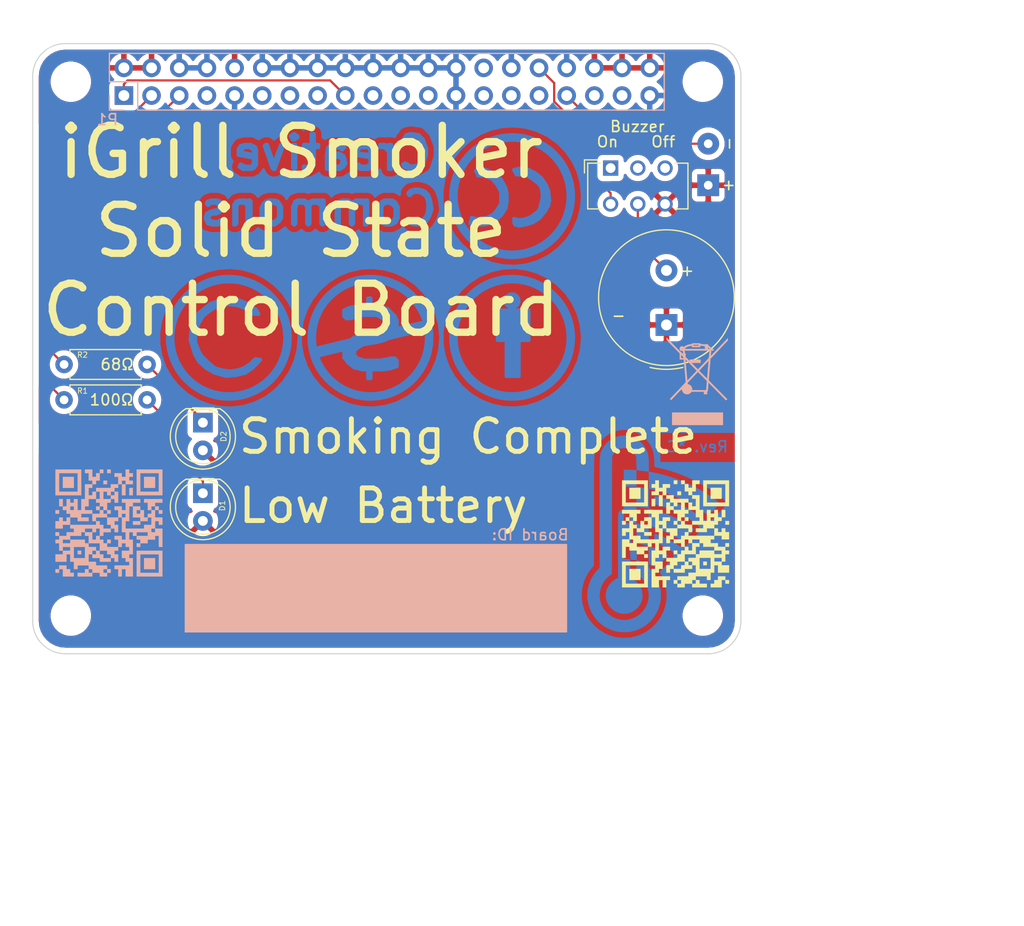
<source format=kicad_pcb>
(kicad_pcb (version 20171130) (host pcbnew "(5.1.2)-2")
  (title_block (title "iGrill Smoker SSR Control") (date 2019-06-27) (rev *C) (company "Redbud Farms") (comment 1 https://creativecommons.org/licenses/by-nc-sa/4.0/) (comment 2 "License: Creative Commons BY-NC-SA") (comment 3 https://git.kins.dev/igrill-smoker/) (comment 4 "Author: Scott Atkins (Scott@kins.dev)"))
  (layers (0 F.Cu signal) (31 B.Cu signal) (34 B.Paste user) (35 F.Paste user) (36 B.SilkS user) (37 F.SilkS user) (38 B.Mask user) (39 F.Mask user) (44 Edge.Cuts user))
  (net 0 "")
  (net 1 +3V3)
  (net 2 +5V)
  (net 3 GND)
  (net 4 /ID_SD)
  (net 5 /ID_SC)
  (net 6 /GPIO5)
  (net 7 /GPIO6)
  (net 8 /GPIO26)
  (net 9 "/GPIO2(SDA1)")
  (net 10 "/GPIO3(SCL1)")
  (net 11 "/GPIO4(GCLK)")
  (net 12 "/GPIO17(GEN0)")
  (net 13 "/GPIO27(GEN2)")
  (net 14 "/GPIO22(GEN3)")
  (net 15 "/GPIO10(SPI0_MOSI)")
  (net 16 "/GPIO9(SPI0_MISO)")
  (net 17 "/GPIO11(SPI0_SCK)")
  (net 18 "/GPIO12(PWM0)")
  (net 19 "/GPIO13(PWM1)")
  (net 20 "/GPIO19(SPI1_MISO)")
  (net 21 "Net-(D1-Pad1)")
  (net 22 "Net-(D2-Pad1)")
  (net 23 "Net-(BZ1-Pad2)")
  (module iGrillRPiSSRCtl-rev-sC:WiFiThem_18x12 (layer F.Cu) (at 24.75 63.25)
    (fp_text reference G*** hide)
    (fp_text value LOGO hide)
    (fp_poly (pts (xy 2.751667 -4.339167) (xy 2.354792 -4.33886) (xy 2.171747 -4.336681) (xy 1.993797 -4.331046) (xy 1.845277 -4.322898) (xy 1.772708 -4.316308) (xy 1.5875 -4.294062) (xy 1.5875 -2.506067) (xy 1.508125 -2.489682) (xy 1.426011 -2.47573) (xy 1.309315 -2.459232) (xy 1.252361 -2.452053) (xy 1.132816 -2.435556) (xy 0.97389 -2.41085) (xy 0.805566 -2.382641) (xy 0.767292 -2.375906) (xy 0.458611 -2.321004) (xy 0.458611 -1.530919) (xy 0.458056 -1.303337) (xy 0.4565 -1.101414) (xy 0.454108 -0.93513) (xy 0.451046 -0.814465) (xy 0.447477 -0.749399) (xy 0.44556 -0.740834) (xy 0.408478 -0.731409) (xy 0.318395 -0.705922) (xy 0.189898 -0.668555) (xy 0.074656 -0.634524) (xy -0.448003 -0.458156) (xy -0.987424 -0.237246) (xy -1.52145 0.017677) (xy -2.027925 0.296083) (xy -2.458162 0.569151) (xy -2.544367 0.626823) (xy -2.603145 0.663439) (xy -2.617339 0.670277) (xy -2.644531 0.646436) (xy -2.714131 0.579689) (xy -2.818838 0.477203) (xy -2.951349 0.346143) (xy -3.104365 0.193676) (xy -3.175427 0.122536) (xy -3.339476 -0.044578) (xy -3.478661 -0.191603) (xy -3.587028 -0.311858) (xy -3.658619 -0.398662) (xy -3.68748 -0.445333) (xy -3.686528 -0.450852) (xy -3.500912 -0.580374) (xy -3.274878 -0.729738) (xy -3.02701 -0.887379) (xy -2.775891 -1.041727) (xy -2.540105 -1.181218) (xy -2.338236 -1.294282) (xy -2.293055 -1.318206) (xy -1.906197 -1.51316) (xy -1.540768 -1.682055) (xy -1.1803 -1.831058) (xy -0.808326 -1.966334) (xy -0.408377 -2.094049) (xy 0.036016 -2.220369) (xy 0.308681 -2.292347) (xy 0.458611 -2.331053) (xy 0.458611 -4.155535) (xy 0.679097 -4.193511) (xy 0.816931 -4.215344) (xy 0.993912 -4.240741) (xy 1.179082 -4.265323) (xy 1.243542 -4.273343) (xy 1.5875 -4.315199) (xy 1.5875 -5.845758) (xy 1.857406 -5.868574) (xy 2.029223 -5.879715) (xy 2.230823 -5.887841) (xy 2.42145 -5.891353) (xy 2.439489 -5.891389) (xy 2.751667 -5.891389) (xy 2.751667 -4.339167)) (layer F.Cu) (width 0.01))
    (fp_poly (pts (xy 3.097088 -8.995796) (xy 3.464331 -8.897091) (xy 3.809463 -8.739117) (xy 4.123828 -8.527223) (xy 4.398771 -8.266754) (xy 4.625637 -7.963059) (xy 4.720878 -7.791557) (xy 4.754699 -7.724563) (xy 4.785359 -7.664325) (xy 4.813014 -7.607256) (xy 4.837819 -7.549773) (xy 4.859929 -7.488289) (xy 4.879498 -7.41922) (xy 4.896681 -7.338981) (xy 4.911634 -7.243986) (xy 4.924512 -7.130649) (xy 4.935468 -6.995387) (xy 4.944659 -6.834614) (xy 4.952239 -6.644745) (xy 4.958363 -6.422193) (xy 4.963186 -6.163376) (xy 4.966863 -5.864706) (xy 4.969549 -5.5226) (xy 4.971399 -5.133471) (xy 4.972567 -4.693735) (xy 4.973209 -4.199807) (xy 4.97348 -3.648101) (xy 4.973534 -3.035033) (xy 4.973527 -2.357016) (xy 4.973554 -1.944568) (xy 4.974167 3.113504) (xy 5.19943 3.352295) (xy 5.496435 3.716367) (xy 5.733693 4.110958) (xy 5.911384 4.529345) (xy 6.029686 4.964801) (xy 6.088777 5.410601) (xy 6.088836 5.860021) (xy 6.030039 6.306334) (xy 5.912567 6.742816) (xy 5.736597 7.162741) (xy 5.502307 7.559384) (xy 5.209875 7.926021) (xy 5.074529 8.064835) (xy 4.697365 8.382973) (xy 4.286169 8.6396) (xy 3.838803 8.835916) (xy 3.532943 8.930351) (xy 3.314077 8.973398) (xy 3.05162 9.002676) (xy 2.770027 9.017298) (xy 2.493753 9.016377) (xy 2.247256 8.999025) (xy 2.128717 8.981303) (xy 1.646986 8.855865) (xy 1.200949 8.669786) (xy 0.788288 8.421867) (xy 0.406685 8.110908) (xy 0.358249 8.064835) (xy 0.042561 7.712631) (xy -0.21518 7.327628) (xy -0.414792 6.916567) (xy -0.556093 6.486192) (xy -0.638902 6.043243) (xy -0.663037 5.594464) (xy -0.628317 5.146597) (xy -0.534558 4.706383) (xy -0.38158 4.280565) (xy -0.169202 3.875885) (xy 0.10276 3.499086) (xy 0.23127 3.354497) (xy 0.337657 3.23908) (xy 0.404309 3.155488) (xy 0.441272 3.085547) (xy 0.458593 3.011084) (xy 0.465354 2.931074) (xy 0.47625 2.74424) (xy 0.652639 2.675494) (xy 0.763314 2.636765) (xy 0.918114 2.588291) (xy 1.092734 2.537501) (xy 1.199445 2.508332) (xy 1.569861 2.409916) (xy 1.588837 0.851576) (xy 1.791016 0.829545) (xy 1.91537 0.816132) (xy 2.019591 0.805127) (xy 2.06375 0.800632) (xy 2.085426 0.795929) (xy 2.102266 0.78113) (xy 2.114995 0.748078) (xy 2.124341 0.688614) (xy 2.131031 0.594583) (xy 2.135792 0.457825) (xy 2.13935 0.270185) (xy 2.142432 0.023505) (xy 2.143731 -0.097014) (xy 2.153156 -0.987778) (xy 1.980571 -0.987778) (xy 1.851378 -0.983129) (xy 1.732103 -0.971452) (xy 1.69833 -0.965847) (xy 1.588674 -0.943916) (xy 1.579267 -0.043497) (xy 1.569861 0.856922) (xy 1.252361 0.921878) (xy 1.074881 0.960078) (xy 0.890438 1.002819) (xy 0.733344 1.042091) (xy 0.705556 1.049553) (xy 0.47625 1.112272) (xy 0.466779 1.932525) (xy 0.457308 2.752777) (xy 0.122533 2.919077) (xy -0.212243 3.085376) (xy -0.75876 2.539712) (xy -0.918249 2.379473) (xy -1.059398 2.235748) (xy -1.175012 2.116021) (xy -1.257899 2.027773) (xy -1.300866 1.978489) (xy -1.305278 1.971183) (xy -1.274622 1.934535) (xy -1.189493 1.875054) (xy -1.06015 1.797977) (xy -0.896852 1.70854) (xy -0.709857 1.611979) (xy -0.509424 1.513532) (xy -0.305813 1.418435) (xy -0.109281 1.331924) (xy 0.069912 1.259236) (xy 0.141587 1.232636) (xy 0.457476 1.119639) (xy 0.47625 -0.758283) (xy 0.758472 -0.818652) (xy 0.941469 -0.855293) (xy 1.144382 -0.892153) (xy 1.314097 -0.919819) (xy 1.5875 -0.960617) (xy 1.5875 -1.023056) (xy 2.14619 -1.023056) (xy 2.751667 -1.023056) (xy 2.751667 -2.26701) (xy 2.620202 -2.245676) (xy 2.444496 -2.183857) (xy 2.291502 -2.057569) (xy 2.242319 -1.997388) (xy 2.21083 -1.946412) (xy 2.188934 -1.883012) (xy 2.174377 -1.792876) (xy 2.164901 -1.66169) (xy 2.158253 -1.475141) (xy 2.157887 -1.461582) (xy 2.14619 -1.023056) (xy 1.5875 -1.023056) (xy 1.5875 -2.499107) (xy 1.807986 -2.518186) (xy 1.943452 -2.528473) (xy 2.119906 -2.539901) (xy 2.307844 -2.550616) (xy 2.39007 -2.554796) (xy 2.751667 -2.572327) (xy 2.751667 -2.417855) (xy 2.756022 -2.320331) (xy 2.778108 -2.270671) (xy 2.831457 -2.246312) (xy 2.858345 -2.239954) (xy 2.994581 -2.180732) (xy 3.123181 -2.075696) (xy 3.218274 -1.947192) (xy 3.232714 -1.9166) (xy 3.24159 -1.884395) (xy 3.249358 -1.830207) (xy 3.256086 -1.749803) (xy 3.261841 -1.638954) (xy 3.26669 -1.493428) (xy 3.2707 -1.308995) (xy 3.273938 -1.081423) (xy 3.276472 -0.806483) (xy 3.278369 -0.479942) (xy 3.279697 -0.09757) (xy 3.280522 0.344864) (xy 3.280912 0.851591) (xy 3.280964 1.118936) (xy 3.281094 4.039305) (xy 3.50691 4.156066) (xy 3.773733 4.332473) (xy 4.005079 4.562964) (xy 4.192195 4.836323) (xy 4.326331 5.141337) (xy 4.3571 5.245569) (xy 4.406424 5.567703) (xy 4.390118 5.885779) (xy 4.313 6.191882) (xy 4.179889 6.478097) (xy 3.995603 6.73651) (xy 3.764963 6.959205) (xy 3.492787 7.138268) (xy 3.183894 7.265784) (xy 3.115264 7.285155) (xy 2.795269 7.334815) (xy 2.4836 7.320073) (xy 2.186374 7.247046) (xy 1.909712 7.121854) (xy 1.65973 6.950614) (xy 1.442547 6.739444) (xy 1.264282 6.494464) (xy 1.131053 6.221791) (xy 1.048978 5.927544) (xy 1.024175 5.617841) (xy 1.062764 5.2988) (xy 1.075678 5.245569) (xy 1.190682 4.932671) (xy 1.361515 4.647778) (xy 1.579425 4.402103) (xy 1.835661 4.206861) (xy 1.925868 4.156066) (xy 2.151684 4.039305) (xy 2.151814 3.186986) (xy 2.151945 2.334667) (xy 2.451806 2.309688) (xy 2.751667 2.28471) (xy 2.751667 0.773257) (xy 2.460625 0.783503) (xy 2.169583 0.79375) (xy 2.160082 1.55888) (xy 2.157601 1.81416) (xy 2.154811 2.007826) (xy 2.147925 2.148732) (xy 2.133157 2.245734) (xy 2.106719 2.307687) (xy 2.064823 2.343447) (xy 2.003684 2.361869) (xy 1.919514 2.371807) (xy 1.808525 2.382117) (xy 1.807986 2.382175) (xy 1.5875 2.405816) (xy 1.58659 3.046172) (xy 1.585681 3.686527) (xy 1.407529 3.807404) (xy 1.138115 4.031002) (xy 0.904984 4.306335) (xy 0.714383 4.621294) (xy 0.572557 4.963772) (xy 0.485754 5.321659) (xy 0.459836 5.644444) (xy 0.493445 6.028239) (xy 0.590365 6.392265) (xy 0.744735 6.730662) (xy 0.950696 7.037571) (xy 1.202387 7.307131) (xy 1.493948 7.533482) (xy 1.819519 7.710763) (xy 2.173239 7.833114) (xy 2.549248 7.894675) (xy 2.716389 7.900997) (xy 3.100183 7.867388) (xy 3.46421 7.770468) (xy 3.802607 7.616098) (xy 4.109516 7.410137) (xy 4.379076 7.158446) (xy 4.605427 6.866885) (xy 4.782708 6.541314) (xy 4.905059 6.187594) (xy 4.96662 5.811585) (xy 4.972942 5.644444) (xy 4.940515 5.282756) (xy 4.847399 4.925688) (xy 4.699835 4.585345) (xy 4.504067 4.273833) (xy 4.266338 4.003259) (xy 4.025582 3.807404) (xy 3.847764 3.686527) (xy 3.837701 -1.693334) (xy 3.827639 -7.073195) (xy 3.740286 -7.249584) (xy 3.595267 -7.471073) (xy 3.401444 -7.662387) (xy 3.192639 -7.796611) (xy 3.008086 -7.857983) (xy 2.789476 -7.886007) (xy 2.56358 -7.880501) (xy 2.357171 -7.841287) (xy 2.256695 -7.802911) (xy 2.033613 -7.668651) (xy 1.860453 -7.500727) (xy 1.726472 -7.296326) (xy 1.605849 -7.073195) (xy 1.59318 -6.464448) (xy 1.588245 -6.244008) (xy 1.583063 -6.084067) (xy 1.576208 -5.97458) (xy 1.566256 -5.905501) (xy 1.55178 -5.866784) (xy 1.531354 -5.848383) (xy 1.50463 -5.840467) (xy 1.439356 -5.830699) (xy 1.321968 -5.816158) (xy 1.170566 -5.798999) (xy 1.04169 -5.785309) (xy 0.87344 -5.767111) (xy 0.722327 -5.749245) (xy 0.607668 -5.734079) (xy 0.557284 -5.725916) (xy 0.459938 -5.706446) (xy 0.440972 -4.14733) (xy 0.282222 -4.117755) (xy -0.279242 -3.993698) (xy -0.873398 -3.826662) (xy -1.48249 -3.623) (xy -2.088765 -3.389062) (xy -2.674467 -3.131198) (xy -3.173743 -2.881565) (xy -3.420507 -2.744477) (xy -3.694964 -2.582611) (xy -3.980285 -2.406639) (xy -4.25964 -2.227231) (xy -4.516198 -2.055058) (xy -4.733131 -1.90079) (xy -4.799446 -1.8508) (xy -4.997624 -1.698306) (xy -5.532701 -2.23422) (xy -5.690359 -2.393261) (xy -5.82962 -2.535918) (xy -5.943225 -2.654575) (xy -6.023913 -2.741614) (xy -6.064425 -2.789418) (xy -6.067778 -2.795629) (xy -6.039968 -2.829241) (xy -5.962523 -2.895597) (xy -5.844419 -2.988166) (xy -5.694633 -3.100414) (xy -5.52214 -3.22581) (xy -5.335919 -3.357821) (xy -5.144945 -3.489914) (xy -4.958194 -3.615556) (xy -4.797778 -3.719868) (xy -4.454978 -3.927264) (xy -4.064029 -4.14519) (xy -3.644338 -4.36383) (xy -3.215314 -4.573369) (xy -2.796366 -4.763993) (xy -2.434167 -4.915153) (xy -1.855073 -5.129984) (xy -1.271927 -5.316515) (xy -0.665323 -5.480272) (xy -0.015856 -5.626777) (xy 0.255764 -5.680916) (xy 0.458611 -5.720003) (xy 0.459224 -6.361321) (xy 0.4629 -6.674579) (xy 0.474915 -6.931623) (xy 0.497738 -7.146547) (xy 0.533838 -7.333448) (xy 0.585683 -7.506421) (xy 0.655745 -7.679563) (xy 0.710407 -7.795195) (xy 0.906843 -8.116035) (xy 1.156273 -8.397373) (xy 1.449928 -8.633811) (xy 1.779037 -8.819951) (xy 2.13483 -8.950394) (xy 2.508534 -9.019742) (xy 2.716389 -9.029886) (xy 3.097088 -8.995796)) (layer F.Cu) (width 0.01))
  )
  (module iGrillRPiSSRCtl-rev-sC:WiFiThem_18x12 (layer B.Cu) (at 74.12 62.8 180)
    (fp_text reference BackLogo hide)
    (fp_text value LOGO hide)
    (fp_poly (pts (xy 3.097088 8.995796) (xy 3.464331 8.897091) (xy 3.809463 8.739117) (xy 4.123828 8.527223) (xy 4.398771 8.266754) (xy 4.625637 7.963059) (xy 4.720878 7.791557) (xy 4.754699 7.724563) (xy 4.785359 7.664325) (xy 4.813014 7.607256) (xy 4.837819 7.549773) (xy 4.859929 7.488289) (xy 4.879498 7.41922) (xy 4.896681 7.338981) (xy 4.911634 7.243986) (xy 4.924512 7.130649) (xy 4.935468 6.995387) (xy 4.944659 6.834614) (xy 4.952239 6.644745) (xy 4.958363 6.422193) (xy 4.963186 6.163376) (xy 4.966863 5.864706) (xy 4.969549 5.5226) (xy 4.971399 5.133471) (xy 4.972567 4.693735) (xy 4.973209 4.199807) (xy 4.97348 3.648101) (xy 4.973534 3.035033) (xy 4.973527 2.357016) (xy 4.973554 1.944568) (xy 4.974167 -3.113504) (xy 5.19943 -3.352295) (xy 5.496435 -3.716367) (xy 5.733693 -4.110958) (xy 5.911384 -4.529345) (xy 6.029686 -4.964801) (xy 6.088777 -5.410601) (xy 6.088836 -5.860021) (xy 6.030039 -6.306334) (xy 5.912567 -6.742816) (xy 5.736597 -7.162741) (xy 5.502307 -7.559384) (xy 5.209875 -7.926021) (xy 5.074529 -8.064835) (xy 4.697365 -8.382973) (xy 4.286169 -8.6396) (xy 3.838803 -8.835916) (xy 3.532943 -8.930351) (xy 3.314077 -8.973398) (xy 3.05162 -9.002676) (xy 2.770027 -9.017298) (xy 2.493753 -9.016377) (xy 2.247256 -8.999025) (xy 2.128717 -8.981303) (xy 1.646986 -8.855865) (xy 1.200949 -8.669786) (xy 0.788288 -8.421867) (xy 0.406685 -8.110908) (xy 0.358249 -8.064835) (xy 0.042561 -7.712631) (xy -0.21518 -7.327628) (xy -0.414792 -6.916567) (xy -0.556093 -6.486192) (xy -0.638902 -6.043243) (xy -0.663037 -5.594464) (xy -0.628317 -5.146597) (xy -0.534558 -4.706383) (xy -0.38158 -4.280565) (xy -0.169202 -3.875885) (xy 0.10276 -3.499086) (xy 0.23127 -3.354497) (xy 0.337657 -3.23908) (xy 0.404309 -3.155488) (xy 0.441272 -3.085547) (xy 0.458593 -3.011084) (xy 0.465354 -2.931074) (xy 0.47625 -2.74424) (xy 0.652639 -2.675494) (xy 0.763314 -2.636765) (xy 0.918114 -2.588291) (xy 1.092734 -2.537501) (xy 1.199445 -2.508332) (xy 1.569861 -2.409916) (xy 1.588837 -0.851576) (xy 1.791016 -0.829545) (xy 1.91537 -0.816132) (xy 2.019591 -0.805127) (xy 2.06375 -0.800632) (xy 2.085426 -0.795929) (xy 2.102266 -0.78113) (xy 2.114995 -0.748078) (xy 2.124341 -0.688614) (xy 2.131031 -0.594583) (xy 2.135792 -0.457825) (xy 2.13935 -0.270185) (xy 2.142432 -0.023505) (xy 2.143731 0.097014) (xy 2.153156 0.987778) (xy 1.980571 0.987778) (xy 1.851378 0.983129) (xy 1.732103 0.971452) (xy 1.69833 0.965847) (xy 1.588674 0.943916) (xy 1.579267 0.043497) (xy 1.569861 -0.856922) (xy 1.252361 -0.921878) (xy 1.074881 -0.960078) (xy 0.890438 -1.002819) (xy 0.733344 -1.042091) (xy 0.705556 -1.049553) (xy 0.47625 -1.112272) (xy 0.466779 -1.932525) (xy 0.457308 -2.752777) (xy 0.122533 -2.919077) (xy -0.212243 -3.085376) (xy -0.75876 -2.539712) (xy -0.918249 -2.379473) (xy -1.059398 -2.235748) (xy -1.175012 -2.116021) (xy -1.257899 -2.027773) (xy -1.300866 -1.978489) (xy -1.305278 -1.971183) (xy -1.274622 -1.934535) (xy -1.189493 -1.875054) (xy -1.06015 -1.797977) (xy -0.896852 -1.70854) (xy -0.709857 -1.611979) (xy -0.509424 -1.513532) (xy -0.305813 -1.418435) (xy -0.109281 -1.331924) (xy 0.069912 -1.259236) (xy 0.141587 -1.232636) (xy 0.457476 -1.119639) (xy 0.47625 0.758283) (xy 0.758472 0.818652) (xy 0.941469 0.855293) (xy 1.144382 0.892153) (xy 1.314097 0.919819) (xy 1.5875 0.960617) (xy 1.5875 1.023056) (xy 2.14619 1.023056) (xy 2.751667 1.023056) (xy 2.751667 2.26701) (xy 2.620202 2.245676) (xy 2.444496 2.183857) (xy 2.291502 2.057569) (xy 2.242319 1.997388) (xy 2.21083 1.946412) (xy 2.188934 1.883012) (xy 2.174377 1.792876) (xy 2.164901 1.66169) (xy 2.158253 1.475141) (xy 2.157887 1.461582) (xy 2.14619 1.023056) (xy 1.5875 1.023056) (xy 1.5875 2.499107) (xy 1.807986 2.518186) (xy 1.943452 2.528473) (xy 2.119906 2.539901) (xy 2.307844 2.550616) (xy 2.39007 2.554796) (xy 2.751667 2.572327) (xy 2.751667 2.417855) (xy 2.756022 2.320331) (xy 2.778108 2.270671) (xy 2.831457 2.246312) (xy 2.858345 2.239954) (xy 2.994581 2.180732) (xy 3.123181 2.075696) (xy 3.218274 1.947192) (xy 3.232714 1.9166) (xy 3.24159 1.884395) (xy 3.249358 1.830207) (xy 3.256086 1.749803) (xy 3.261841 1.638954) (xy 3.26669 1.493428) (xy 3.2707 1.308995) (xy 3.273938 1.081423) (xy 3.276472 0.806483) (xy 3.278369 0.479942) (xy 3.279697 0.09757) (xy 3.280522 -0.344864) (xy 3.280912 -0.851591) (xy 3.280964 -1.118936) (xy 3.281094 -4.039305) (xy 3.50691 -4.156066) (xy 3.773733 -4.332473) (xy 4.005079 -4.562964) (xy 4.192195 -4.836323) (xy 4.326331 -5.141337) (xy 4.3571 -5.245569) (xy 4.406424 -5.567703) (xy 4.390118 -5.885779) (xy 4.313 -6.191882) (xy 4.179889 -6.478097) (xy 3.995603 -6.73651) (xy 3.764963 -6.959205) (xy 3.492787 -7.138268) (xy 3.183894 -7.265784) (xy 3.115264 -7.285155) (xy 2.795269 -7.334815) (xy 2.4836 -7.320073) (xy 2.186374 -7.247046) (xy 1.909712 -7.121854) (xy 1.65973 -6.950614) (xy 1.442547 -6.739444) (xy 1.264282 -6.494464) (xy 1.131053 -6.221791) (xy 1.048978 -5.927544) (xy 1.024175 -5.617841) (xy 1.062764 -5.2988) (xy 1.075678 -5.245569) (xy 1.190682 -4.932671) (xy 1.361515 -4.647778) (xy 1.579425 -4.402103) (xy 1.835661 -4.206861) (xy 1.925868 -4.156066) (xy 2.151684 -4.039305) (xy 2.151814 -3.186986) (xy 2.151945 -2.334667) (xy 2.451806 -2.309688) (xy 2.751667 -2.28471) (xy 2.751667 -0.773257) (xy 2.460625 -0.783503) (xy 2.169583 -0.79375) (xy 2.160082 -1.55888) (xy 2.157601 -1.81416) (xy 2.154811 -2.007826) (xy 2.147925 -2.148732) (xy 2.133157 -2.245734) (xy 2.106719 -2.307687) (xy 2.064823 -2.343447) (xy 2.003684 -2.361869) (xy 1.919514 -2.371807) (xy 1.808525 -2.382117) (xy 1.807986 -2.382175) (xy 1.5875 -2.405816) (xy 1.58659 -3.046172) (xy 1.585681 -3.686527) (xy 1.407529 -3.807404) (xy 1.138115 -4.031002) (xy 0.904984 -4.306335) (xy 0.714383 -4.621294) (xy 0.572557 -4.963772) (xy 0.485754 -5.321659) (xy 0.459836 -5.644444) (xy 0.493445 -6.028239) (xy 0.590365 -6.392265) (xy 0.744735 -6.730662) (xy 0.950696 -7.037571) (xy 1.202387 -7.307131) (xy 1.493948 -7.533482) (xy 1.819519 -7.710763) (xy 2.173239 -7.833114) (xy 2.549248 -7.894675) (xy 2.716389 -7.900997) (xy 3.100183 -7.867388) (xy 3.46421 -7.770468) (xy 3.802607 -7.616098) (xy 4.109516 -7.410137) (xy 4.379076 -7.158446) (xy 4.605427 -6.866885) (xy 4.782708 -6.541314) (xy 4.905059 -6.187594) (xy 4.96662 -5.811585) (xy 4.972942 -5.644444) (xy 4.940515 -5.282756) (xy 4.847399 -4.925688) (xy 4.699835 -4.585345) (xy 4.504067 -4.273833) (xy 4.266338 -4.003259) (xy 4.025582 -3.807404) (xy 3.847764 -3.686527) (xy 3.837701 1.693334) (xy 3.827639 7.073195) (xy 3.740286 7.249584) (xy 3.595267 7.471073) (xy 3.401444 7.662387) (xy 3.192639 7.796611) (xy 3.008086 7.857983) (xy 2.789476 7.886007) (xy 2.56358 7.880501) (xy 2.357171 7.841287) (xy 2.256695 7.802911) (xy 2.033613 7.668651) (xy 1.860453 7.500727) (xy 1.726472 7.296326) (xy 1.605849 7.073195) (xy 1.59318 6.464448) (xy 1.588245 6.244008) (xy 1.583063 6.084067) (xy 1.576208 5.97458) (xy 1.566256 5.905501) (xy 1.55178 5.866784) (xy 1.531354 5.848383) (xy 1.50463 5.840467) (xy 1.439356 5.830699) (xy 1.321968 5.816158) (xy 1.170566 5.798999) (xy 1.04169 5.785309) (xy 0.87344 5.767111) (xy 0.722327 5.749245) (xy 0.607668 5.734079) (xy 0.557284 5.725916) (xy 0.459938 5.706446) (xy 0.440972 4.14733) (xy 0.282222 4.117755) (xy -0.279242 3.993698) (xy -0.873398 3.826662) (xy -1.48249 3.623) (xy -2.088765 3.389062) (xy -2.674467 3.131198) (xy -3.173743 2.881565) (xy -3.420507 2.744477) (xy -3.694964 2.582611) (xy -3.980285 2.406639) (xy -4.25964 2.227231) (xy -4.516198 2.055058) (xy -4.733131 1.90079) (xy -4.799446 1.8508) (xy -4.997624 1.698306) (xy -5.532701 2.23422) (xy -5.690359 2.393261) (xy -5.82962 2.535918) (xy -5.943225 2.654575) (xy -6.023913 2.741614) (xy -6.064425 2.789418) (xy -6.067778 2.795629) (xy -6.039968 2.829241) (xy -5.962523 2.895597) (xy -5.844419 2.988166) (xy -5.694633 3.100414) (xy -5.52214 3.22581) (xy -5.335919 3.357821) (xy -5.144945 3.489914) (xy -4.958194 3.615556) (xy -4.797778 3.719868) (xy -4.454978 3.927264) (xy -4.064029 4.14519) (xy -3.644338 4.36383) (xy -3.215314 4.573369) (xy -2.796366 4.763993) (xy -2.434167 4.915153) (xy -1.855073 5.129984) (xy -1.271927 5.316515) (xy -0.665323 5.480272) (xy -0.015856 5.626777) (xy 0.255764 5.680916) (xy 0.458611 5.720003) (xy 0.459224 6.361321) (xy 0.4629 6.674579) (xy 0.474915 6.931623) (xy 0.497738 7.146547) (xy 0.533838 7.333448) (xy 0.585683 7.506421) (xy 0.655745 7.679563) (xy 0.710407 7.795195) (xy 0.906843 8.116035) (xy 1.156273 8.397373) (xy 1.449928 8.633811) (xy 1.779037 8.819951) (xy 2.13483 8.950394) (xy 2.508534 9.019742) (xy 2.716389 9.029886) (xy 3.097088 8.995796)) (layer B.Cu) (width 0.01))
    (fp_poly (pts (xy 2.751667 4.339167) (xy 2.354792 4.33886) (xy 2.171747 4.336681) (xy 1.993797 4.331046) (xy 1.845277 4.322898) (xy 1.772708 4.316308) (xy 1.5875 4.294062) (xy 1.5875 2.506067) (xy 1.508125 2.489682) (xy 1.426011 2.47573) (xy 1.309315 2.459232) (xy 1.252361 2.452053) (xy 1.132816 2.435556) (xy 0.97389 2.41085) (xy 0.805566 2.382641) (xy 0.767292 2.375906) (xy 0.458611 2.321004) (xy 0.458611 1.530919) (xy 0.458056 1.303337) (xy 0.4565 1.101414) (xy 0.454108 0.93513) (xy 0.451046 0.814465) (xy 0.447477 0.749399) (xy 0.44556 0.740834) (xy 0.408478 0.731409) (xy 0.318395 0.705922) (xy 0.189898 0.668555) (xy 0.074656 0.634524) (xy -0.448003 0.458156) (xy -0.987424 0.237246) (xy -1.52145 -0.017677) (xy -2.027925 -0.296083) (xy -2.458162 -0.569151) (xy -2.544367 -0.626823) (xy -2.603145 -0.663439) (xy -2.617339 -0.670277) (xy -2.644531 -0.646436) (xy -2.714131 -0.579689) (xy -2.818838 -0.477203) (xy -2.951349 -0.346143) (xy -3.104365 -0.193676) (xy -3.175427 -0.122536) (xy -3.339476 0.044578) (xy -3.478661 0.191603) (xy -3.587028 0.311858) (xy -3.658619 0.398662) (xy -3.68748 0.445333) (xy -3.686528 0.450852) (xy -3.500912 0.580374) (xy -3.274878 0.729738) (xy -3.02701 0.887379) (xy -2.775891 1.041727) (xy -2.540105 1.181218) (xy -2.338236 1.294282) (xy -2.293055 1.318206) (xy -1.906197 1.51316) (xy -1.540768 1.682055) (xy -1.1803 1.831058) (xy -0.808326 1.966334) (xy -0.408377 2.094049) (xy 0.036016 2.220369) (xy 0.308681 2.292347) (xy 0.458611 2.331053) (xy 0.458611 4.155535) (xy 0.679097 4.193511) (xy 0.816931 4.215344) (xy 0.993912 4.240741) (xy 1.179082 4.265323) (xy 1.243542 4.273343) (xy 1.5875 4.315199) (xy 1.5875 5.845758) (xy 1.857406 5.868574) (xy 2.029223 5.879715) (xy 2.230823 5.887841) (xy 2.42145 5.891353) (xy 2.439489 5.891389) (xy 2.751667 5.891389) (xy 2.751667 4.339167)) (layer B.Cu) (width 0.01))
  )
  (module Symbol:WEEE-Logo_5.6x8mm_SilkScreen (layer B.Cu) (at 78.12 48.8 180)
    (fp_text reference REF** hide)
    (fp_text value WEEE-Logo_5.6x8mm_SilkScreen hide)
  )
  (module Symbol:Symbol_CC-ShareAlike_CopperTop_Big (layer B.Cu) (at 35.12 44.8 180)
    (fp_text reference REF** hide)
    (fp_text value Symbol_CC-ShareAlike_CopperTop_Big)
    (fp_circle (center 0 0) (end 5.588 0) (layer B.Cu) (width 0.381))
    (fp_circle (center 0 0) (end 5.08 -1.016) (layer B.Cu) (width 0.381))
    (fp_line (start 1.39954 5.19938) (end 0 5.30098) (layer B.Cu) (width 0.381))
    (fp_line (start 2.4003 4.8006) (end 1.39954 5.19938) (layer B.Cu) (width 0.381))
    (fp_line (start 3.40106 4.09956) (end 2.4003 4.8006) (layer B.Cu) (width 0.381))
    (fp_line (start 4.699 2.49936) (end 3.40106 4.09956) (layer B.Cu) (width 0.381))
    (fp_line (start 5.19938 1.39954) (end 4.699 2.49936) (layer B.Cu) (width 0.381))
    (fp_line (start 5.40004 -0.29972) (end 5.19938 1.39954) (layer B.Cu) (width 0.381))
    (fp_line (start 5.00126 -1.80086) (end 5.40004 -0.29972) (layer B.Cu) (width 0.381))
    (fp_line (start 4.20116 -3.40106) (end 5.00126 -1.80086) (layer B.Cu) (width 0.381))
    (fp_line (start 2.60096 -4.699) (end 4.20116 -3.40106) (layer B.Cu) (width 0.381))
    (fp_line (start 1.6002 -5.19938) (end 2.60096 -4.699) (layer B.Cu) (width 0.381))
    (fp_line (start 0.09906 -5.30098) (end 1.6002 -5.19938) (layer B.Cu) (width 0.381))
    (fp_line (start -1.30048 -5.30098) (end 0.09906 -5.30098) (layer B.Cu) (width 0.381))
    (fp_line (start -2.60096 -4.8006) (end -1.30048 -5.30098) (layer B.Cu) (width 0.381))
    (fp_line (start -3.79984 -3.8989) (end -2.60096 -4.8006) (layer B.Cu) (width 0.381))
    (fp_line (start -4.8006 -2.4003) (end -3.79984 -3.8989) (layer B.Cu) (width 0.381))
    (fp_line (start -5.19938 -1.30048) (end -4.8006 -2.4003) (layer B.Cu) (width 0.381))
    (fp_line (start -5.40004 -0.09906) (end -5.19938 -1.30048) (layer B.Cu) (width 0.381))
    (fp_line (start -5.30098 1.09982) (end -5.40004 -0.09906) (layer B.Cu) (width 0.381))
    (fp_line (start -5.00126 2.10058) (end -5.30098 1.09982) (layer B.Cu) (width 0.381))
    (fp_line (start -4.50088 2.99974) (end -5.00126 2.10058) (layer B.Cu) (width 0.381))
    (fp_line (start -4.0005 3.59918) (end -4.50088 2.99974) (layer B.Cu) (width 0.381))
    (fp_line (start -3.29946 4.20116) (end -4.0005 3.59918) (layer B.Cu) (width 0.381))
    (fp_line (start -2.70002 4.699) (end -3.29946 4.20116) (layer B.Cu) (width 0.381))
    (fp_line (start -1.99898 4.89966) (end -2.70002 4.699) (layer B.Cu) (width 0.381))
    (fp_line (start -1.30048 5.10032) (end -1.99898 4.89966) (layer B.Cu) (width 0.381))
    (fp_line (start -0.50038 5.40004) (end -1.30048 5.10032) (layer B.Cu) (width 0.381))
    (fp_line (start 0 5.40004) (end -0.50038 5.40004) (layer B.Cu) (width 0.381))
    (fp_line (start -2.10058 -2.79908) (end -2.60096 -2.30124) (layer B.Cu) (width 0.381))
    (fp_line (start -1.50114 -3.2004) (end -2.10058 -2.79908) (layer B.Cu) (width 0.381))
    (fp_line (start -0.70104 -3.40106) (end -1.50114 -3.2004) (layer B.Cu) (width 0.381))
    (fp_line (start 0.20066 -3.50012) (end -0.70104 -3.40106) (layer B.Cu) (width 0.381))
    (fp_line (start 1.30048 -3.2004) (end 0.20066 -3.50012) (layer B.Cu) (width 0.381))
    (fp_line (start 1.99898 -2.79908) (end 1.30048 -3.2004) (layer B.Cu) (width 0.381))
    (fp_line (start 2.70002 -2.19964) (end 1.99898 -2.79908) (layer B.Cu) (width 0.381))
    (fp_line (start 3.0988 -1.50114) (end 2.70002 -2.19964) (layer B.Cu) (width 0.381))
    (fp_line (start 3.50012 -0.20066) (end 3.0988 -1.50114) (layer B.Cu) (width 0.381))
    (fp_line (start 3.40106 0.89916) (end 3.50012 -0.20066) (layer B.Cu) (width 0.381))
    (fp_line (start 2.79908 2.19964) (end 3.40106 0.89916) (layer B.Cu) (width 0.381))
    (fp_line (start 1.69926 3.0988) (end 2.79908 2.19964) (layer B.Cu) (width 0.381))
    (fp_line (start 0.8001 3.40106) (end 1.69926 3.0988) (layer B.Cu) (width 0.381))
    (fp_line (start -0.09906 3.50012) (end 0.8001 3.40106) (layer B.Cu) (width 0.381))
    (fp_line (start -1.00076 3.40106) (end -0.09906 3.50012) (layer B.Cu) (width 0.381))
    (fp_line (start -1.69926 3.0988) (end -1.00076 3.40106) (layer B.Cu) (width 0.381))
    (fp_line (start -2.4003 2.60096) (end -1.69926 3.0988) (layer B.Cu) (width 0.381))
    (fp_line (start -1.6002 2.70002) (end -2.19964 2.19964) (layer B.Cu) (width 0.381))
    (fp_line (start -0.8001 2.99974) (end -1.6002 2.70002) (layer B.Cu) (width 0.381))
    (fp_line (start 0 3.0988) (end -0.8001 2.99974) (layer B.Cu) (width 0.381))
    (fp_line (start 0.70104 2.99974) (end 0 3.0988) (layer B.Cu) (width 0.381))
    (fp_line (start 1.30048 2.79908) (end 0.70104 2.99974) (layer B.Cu) (width 0.381))
    (fp_line (start 1.89992 2.4003) (end 1.30048 2.79908) (layer B.Cu) (width 0.381))
    (fp_line (start 2.4003 1.99898) (end 1.89992 2.4003) (layer B.Cu) (width 0.381))
    (fp_line (start 2.79908 1.30048) (end 2.4003 1.99898) (layer B.Cu) (width 0.381))
    (fp_line (start 2.99974 0.8001) (end 2.79908 1.30048) (layer B.Cu) (width 0.381))
    (fp_line (start 3.0988 0.20066) (end 2.99974 0.8001) (layer B.Cu) (width 0.381))
    (fp_line (start 3.0988 -0.39878) (end 3.0988 0.20066) (layer B.Cu) (width 0.381))
    (fp_line (start 2.79908 -1.19888) (end 3.0988 -0.39878) (layer B.Cu) (width 0.381))
    (fp_line (start 2.49936 -1.69926) (end 2.79908 -1.19888) (layer B.Cu) (width 0.381))
    (fp_line (start 1.89992 -2.30124) (end 2.49936 -1.69926) (layer B.Cu) (width 0.381))
    (fp_line (start 1.30048 -2.79908) (end 1.89992 -2.30124) (layer B.Cu) (width 0.381))
    (fp_line (start 0.59944 -2.99974) (end 1.30048 -2.79908) (layer B.Cu) (width 0.381))
    (fp_line (start -0.09906 -3.0988) (end 0.59944 -2.99974) (layer B.Cu) (width 0.381))
    (fp_line (start -0.8001 -2.99974) (end -0.09906 -3.0988) (layer B.Cu) (width 0.381))
    (fp_line (start -1.39954 -2.79908) (end -0.8001 -2.99974) (layer B.Cu) (width 0.381))
    (fp_line (start -1.99898 -2.4003) (end -1.39954 -2.79908) (layer B.Cu) (width 0.381))
    (fp_line (start -2.4003 -1.99898) (end -1.99898 -2.4003) (layer B.Cu) (width 0.381))
    (fp_line (start -1.30048 3.0988) (end -2.19964 2.49936) (layer B.Cu) (width 0.381))
    (fp_line (start 0.09906 3.29946) (end -1.30048 3.0988) (layer B.Cu) (width 0.381))
    (fp_line (start 1.50114 2.99974) (end 0.09906 3.29946) (layer B.Cu) (width 0.381))
    (fp_line (start 2.49936 2.19964) (end 1.50114 2.99974) (layer B.Cu) (width 0.381))
    (fp_line (start 3.0988 1.00076) (end 2.49936 2.19964) (layer B.Cu) (width 0.381))
    (fp_line (start 3.29946 -0.20066) (end 3.0988 1.00076) (layer B.Cu) (width 0.381))
    (fp_line (start 2.99974 -1.19888) (end 3.29946 -0.20066) (layer B.Cu) (width 0.381))
    (fp_line (start 2.30124 -2.30124) (end 2.99974 -1.19888) (layer B.Cu) (width 0.381))
    (fp_line (start 1.30048 -2.99974) (end 2.30124 -2.30124) (layer B.Cu) (width 0.381))
    (fp_line (start -0.20066 -3.29946) (end 1.30048 -2.99974) (layer B.Cu) (width 0.381))
    (fp_line (start -1.80086 -2.90068) (end -0.20066 -3.29946) (layer B.Cu) (width 0.381))
    (fp_line (start -1.875 -2.75) (end -1.85 -2.75) (layer B.Cu) (width 0.381))
    (fp_line (start -2.3 -2.375) (end -1.875 -2.75) (layer B.Cu) (width 0.381))
    (fp_line (start -2.85 -2.025) (end -2.45 -1.975) (layer B.Cu) (width 0.381))
    (fp_line (start -2.625 -2.25) (end -2.85 -2.025) (layer B.Cu) (width 0.381))
    (fp_line (start -2.275 2.225) (end -2.4 2.55) (layer B.Cu) (width 0.381))
    (fp_line (start -2.7 2.2) (end -2.275 2.225) (layer B.Cu) (width 0.381))
    (fp_line (start -2.45 2.6) (end -2.7 2.2) (layer B.Cu) (width 0.381))
  )
  (module Symbol:Symbol_CC-Noncommercial_CopperTop_Big (layer B.Cu) (at 48.12 44.8 180)
    (fp_text reference REF** hide)
    (fp_text value Symbol_CC-Noncommercial_CopperTop_Big)
    (fp_circle (center 0 0) (end 5.588 0) (layer B.Cu) (width 0.381))
    (fp_circle (center 0 0) (end 5.08 -1.016) (layer B.Cu) (width 0.381))
    (fp_line (start 1.39954 5.19938) (end 0 5.30098) (layer B.Cu) (width 0.381))
    (fp_line (start 2.4003 4.8006) (end 1.39954 5.19938) (layer B.Cu) (width 0.381))
    (fp_line (start 3.40106 4.09956) (end 2.4003 4.8006) (layer B.Cu) (width 0.381))
    (fp_line (start 4.699 2.49936) (end 3.40106 4.09956) (layer B.Cu) (width 0.381))
    (fp_line (start 5.19938 1.39954) (end 4.699 2.49936) (layer B.Cu) (width 0.381))
    (fp_line (start 5.40004 -0.29972) (end 5.19938 1.39954) (layer B.Cu) (width 0.381))
    (fp_line (start 5.00126 -1.80086) (end 5.40004 -0.29972) (layer B.Cu) (width 0.381))
    (fp_line (start 4.20116 -3.40106) (end 5.00126 -1.80086) (layer B.Cu) (width 0.381))
    (fp_line (start 2.60096 -4.699) (end 4.20116 -3.40106) (layer B.Cu) (width 0.381))
    (fp_line (start 1.6002 -5.19938) (end 2.60096 -4.699) (layer B.Cu) (width 0.381))
    (fp_line (start 0.09906 -5.30098) (end 1.6002 -5.19938) (layer B.Cu) (width 0.381))
    (fp_line (start -1.30048 -5.30098) (end 0.09906 -5.30098) (layer B.Cu) (width 0.381))
    (fp_line (start -2.60096 -4.8006) (end -1.30048 -5.30098) (layer B.Cu) (width 0.381))
    (fp_line (start -3.79984 -3.8989) (end -2.60096 -4.8006) (layer B.Cu) (width 0.381))
    (fp_line (start -4.8006 -2.4003) (end -3.79984 -3.8989) (layer B.Cu) (width 0.381))
    (fp_line (start -5.19938 -1.30048) (end -4.8006 -2.4003) (layer B.Cu) (width 0.381))
    (fp_line (start -5.40004 -0.09906) (end -5.19938 -1.30048) (layer B.Cu) (width 0.381))
    (fp_line (start -5.30098 1.09982) (end -5.40004 -0.09906) (layer B.Cu) (width 0.381))
    (fp_line (start -5.00126 2.10058) (end -5.30098 1.09982) (layer B.Cu) (width 0.381))
    (fp_line (start -4.50088 2.99974) (end -5.00126 2.10058) (layer B.Cu) (width 0.381))
    (fp_line (start -4.0005 3.59918) (end -4.50088 2.99974) (layer B.Cu) (width 0.381))
    (fp_line (start -3.29946 4.20116) (end -4.0005 3.59918) (layer B.Cu) (width 0.381))
    (fp_line (start -2.70002 4.699) (end -3.29946 4.20116) (layer B.Cu) (width 0.381))
    (fp_line (start -1.99898 4.89966) (end -2.70002 4.699) (layer B.Cu) (width 0.381))
    (fp_line (start -1.30048 5.10032) (end -1.99898 4.89966) (layer B.Cu) (width 0.381))
    (fp_line (start -0.50038 5.40004) (end -1.30048 5.10032) (layer B.Cu) (width 0.381))
    (fp_line (start 0 5.40004) (end -0.50038 5.40004) (layer B.Cu) (width 0.381))
    (fp_line (start 1.00076 2.30124) (end 2.10058 2.10058) (layer B.Cu) (width 0.381))
    (fp_line (start -0.09906 2.4003) (end 1.00076 2.30124) (layer B.Cu) (width 0.381))
    (fp_line (start -0.89916 2.30124) (end -0.09906 2.4003) (layer B.Cu) (width 0.381))
    (fp_line (start -1.6002 1.80086) (end -0.89916 2.30124) (layer B.Cu) (width 0.381))
    (fp_line (start -1.89992 1.19888) (end -1.6002 1.80086) (layer B.Cu) (width 0.381))
    (fp_line (start -1.39954 0.50038) (end -1.89992 1.19888) (layer B.Cu) (width 0.381))
    (fp_line (start -0.39878 0.09906) (end -1.39954 0.50038) (layer B.Cu) (width 0.381))
    (fp_line (start -0.20066 0.20066) (end -0.39878 0.09906) (layer B.Cu) (width 0.381))
    (fp_line (start 0.20066 -0.09906) (end -0.20066 0.20066) (layer B.Cu) (width 0.381))
    (fp_line (start 0.20066 0.20066) (end 0.20066 -0.09906) (layer B.Cu) (width 0.381))
    (fp_line (start 0.89916 -0.39878) (end 0.20066 0.20066) (layer B.Cu) (width 0.381))
    (fp_line (start 0.50038 -0.20066) (end 0.89916 -0.39878) (layer B.Cu) (width 0.381))
    (fp_line (start 0.50038 0) (end 0.50038 -0.20066) (layer B.Cu) (width 0.381))
    (fp_line (start 1.39954 -0.29972) (end 0.50038 0) (layer B.Cu) (width 0.381))
    (fp_line (start 1.99898 -0.89916) (end 1.39954 -0.29972) (layer B.Cu) (width 0.381))
    (fp_line (start 1.89992 -1.19888) (end 1.99898 -0.89916) (layer B.Cu) (width 0.381))
    (fp_line (start 2.19964 -1.19888) (end 1.89992 -1.19888) (layer B.Cu) (width 0.381))
    (fp_line (start 1.89992 -1.6002) (end 2.19964 -1.19888) (layer B.Cu) (width 0.381))
    (fp_line (start 2.10058 -1.6002) (end 1.89992 -1.6002) (layer B.Cu) (width 0.381))
    (fp_line (start 1.80086 -2.10058) (end 2.10058 -1.6002) (layer B.Cu) (width 0.381))
    (fp_line (start 0.89916 -2.60096) (end 1.80086 -2.10058) (layer B.Cu) (width 0.381))
    (fp_line (start -0.09906 -2.60096) (end 0.89916 -2.60096) (layer B.Cu) (width 0.381))
    (fp_line (start -1.09982 -2.60096) (end -0.09906 -2.60096) (layer B.Cu) (width 0.381))
    (fp_line (start -2.19964 -2.4003) (end -1.09982 -2.60096) (layer B.Cu) (width 0.381))
    (fp_line (start -2.19964 -2.19964) (end -2.19964 -2.4003) (layer B.Cu) (width 0.381))
    (fp_line (start -1.6002 -2.19964) (end -2.19964 -2.19964) (layer B.Cu) (width 0.381))
    (fp_line (start -0.29972 -2.30124) (end -1.6002 -2.19964) (layer B.Cu) (width 0.381))
    (fp_line (start 0.89916 -2.30124) (end -0.29972 -2.30124) (layer B.Cu) (width 0.381))
    (fp_line (start 1.6002 -1.89992) (end 0.89916 -2.30124) (layer B.Cu) (width 0.381))
    (fp_line (start 1.69926 -1.09982) (end 1.6002 -1.89992) (layer B.Cu) (width 0.381))
    (fp_line (start 1.19888 -0.59944) (end 1.69926 -1.09982) (layer B.Cu) (width 0.381))
    (fp_line (start 0 -0.29972) (end 1.19888 -0.59944) (layer B.Cu) (width 0.381))
    (fp_line (start -1.30048 0.09906) (end 0 -0.29972) (layer B.Cu) (width 0.381))
    (fp_line (start -1.89992 0.70104) (end -1.30048 0.09906) (layer B.Cu) (width 0.381))
    (fp_line (start -2.19964 1.19888) (end -1.89992 0.70104) (layer B.Cu) (width 0.381))
    (fp_line (start -1.89992 1.99898) (end -2.19964 1.19888) (layer B.Cu) (width 0.381))
    (fp_line (start -1.09982 2.60096) (end -1.89992 1.99898) (layer B.Cu) (width 0.381))
    (fp_line (start 0.8001 2.60096) (end -1.09982 2.60096) (layer B.Cu) (width 0.381))
    (fp_line (start 1.89992 2.4003) (end 0.8001 2.60096) (layer B.Cu) (width 0.381))
    (fp_line (start 2.4003 2.4003) (end 1.89992 2.4003) (layer B.Cu) (width 0.381))
    (fp_line (start 2.4003 1.99898) (end 2.4003 2.4003) (layer B.Cu) (width 0.381))
    (fp_line (start 2.19964 1.80086) (end 2.4003 1.99898) (layer B.Cu) (width 0.381))
    (fp_line (start 1.80086 1.80086) (end 2.19964 1.80086) (layer B.Cu) (width 0.381))
    (fp_line (start 1.00076 2.10058) (end 1.80086 1.80086) (layer B.Cu) (width 0.381))
    (fp_line (start -0.59944 2.10058) (end 1.00076 2.10058) (layer B.Cu) (width 0.381))
    (fp_line (start -1.30048 1.69926) (end -0.59944 2.10058) (layer B.Cu) (width 0.381))
    (fp_line (start -1.6002 1.30048) (end -1.30048 1.69926) (layer B.Cu) (width 0.381))
    (fp_line (start -1.30048 0.8001) (end -1.6002 1.30048) (layer B.Cu) (width 0.381))
    (fp_line (start -0.59944 0.50038) (end -1.30048 0.8001) (layer B.Cu) (width 0.381))
    (fp_line (start 0.8001 0.29972) (end -0.59944 0.50038) (layer B.Cu) (width 0.381))
    (fp_line (start 1.50114 0) (end 0.8001 0.29972) (layer B.Cu) (width 0.381))
    (fp_line (start 1.99898 -0.39878) (end 1.50114 0) (layer B.Cu) (width 0.381))
    (fp_line (start 2.4003 -1.00076) (end 1.99898 -0.39878) (layer B.Cu) (width 0.381))
    (fp_line (start 2.4003 -1.80086) (end 2.4003 -1.00076) (layer B.Cu) (width 0.381))
    (fp_line (start 1.99898 -2.30124) (end 2.4003 -1.80086) (layer B.Cu) (width 0.381))
    (fp_line (start 1.50114 -2.70002) (end 1.99898 -2.30124) (layer B.Cu) (width 0.381))
    (fp_line (start 0.70104 -2.90068) (end 1.50114 -2.70002) (layer B.Cu) (width 0.381))
    (fp_line (start -1.19888 -2.90068) (end 0.70104 -2.90068) (layer B.Cu) (width 0.381))
    (fp_line (start -1.80086 -2.79908) (end -1.19888 -2.90068) (layer B.Cu) (width 0.381))
    (fp_line (start -2.4003 -2.60096) (end -1.80086 -2.79908) (layer B.Cu) (width 0.381))
    (fp_line (start -2.4003 -2.10058) (end -2.4003 -2.60096) (layer B.Cu) (width 0.381))
    (fp_line (start -2.19964 -1.89992) (end -2.4003 -2.10058) (layer B.Cu) (width 0.381))
    (fp_line (start -1.89992 -1.89992) (end -2.19964 -1.89992) (layer B.Cu) (width 0.381))
    (fp_line (start -0.89916 -2.10058) (end -1.89992 -1.89992) (layer B.Cu) (width 0.381))
    (fp_line (start 0.59944 -2.10058) (end -0.89916 -2.10058) (layer B.Cu) (width 0.381))
    (fp_line (start 1.19888 -1.89992) (end 0.59944 -2.10058) (layer B.Cu) (width 0.381))
    (fp_line (start 1.50114 -1.6002) (end 1.19888 -1.89992) (layer B.Cu) (width 0.381))
    (fp_line (start 1.50114 -1.19888) (end 1.50114 -1.6002) (layer B.Cu) (width 0.381))
    (fp_line (start 1.19888 -0.89916) (end 1.50114 -1.19888) (layer B.Cu) (width 0.381))
    (fp_line (start 0.70104 -0.59944) (end 1.19888 -0.89916) (layer B.Cu) (width 0.381))
    (fp_line (start -0.50038 -0.39878) (end 0.70104 -0.59944) (layer B.Cu) (width 0.381))
    (fp_line (start -1.30048 -0.20066) (end -0.50038 -0.39878) (layer B.Cu) (width 0.381))
    (fp_line (start -1.80086 0.09906) (end -1.30048 -0.20066) (layer B.Cu) (width 0.381))
    (fp_line (start -2.10058 0.59944) (end -1.80086 0.09906) (layer B.Cu) (width 0.381))
    (fp_line (start -2.4003 1.00076) (end -2.10058 0.59944) (layer B.Cu) (width 0.381))
    (fp_line (start -2.4003 1.6002) (end -2.4003 1.00076) (layer B.Cu) (width 0.381))
    (fp_line (start -2.19964 1.99898) (end -2.4003 1.6002) (layer B.Cu) (width 0.381))
    (fp_line (start -1.6002 2.60096) (end -2.19964 1.99898) (layer B.Cu) (width 0.381))
    (fp_line (start -0.89916 2.90068) (end -1.6002 2.60096) (layer B.Cu) (width 0.381))
    (fp_line (start -0.59944 2.90068) (end -0.89916 2.90068) (layer B.Cu) (width 0.381))
    (fp_line (start 0.50038 2.90068) (end -0.59944 2.90068) (layer B.Cu) (width 0.381))
    (fp_line (start 1.19888 2.90068) (end 0.50038 2.90068) (layer B.Cu) (width 0.381))
    (fp_line (start 1.99898 2.70002) (end 1.19888 2.90068) (layer B.Cu) (width 0.381))
    (fp_line (start 2.4003 2.49936) (end 1.99898 2.70002) (layer B.Cu) (width 0.381))
    (fp_line (start 2.30124 2.4003) (end 2.4003 2.49936) (layer B.Cu) (width 0.381))
    (fp_line (start -5.40004 0.89916) (end 4.699 -1.6002) (layer B.Cu) (width 0.381))
    (fp_line (start -5.30098 1.19888) (end -5.40004 0.89916) (layer B.Cu) (width 0.381))
    (fp_line (start 5.30098 -1.39954) (end -5.30098 1.19888) (layer B.Cu) (width 0.381))
    (fp_line (start 5.40004 -1.09982) (end 5.30098 -1.39954) (layer B.Cu) (width 0.381))
    (fp_line (start -5.30098 1.50114) (end 5.40004 -1.09982) (layer B.Cu) (width 0.381))
    (fp_line (start 0 2.99974) (end 0 3.59918) (layer B.Cu) (width 0.381))
    (fp_line (start 0 -2.79908) (end 0 -3.70078) (layer B.Cu) (width 0.381))
    (fp_line (start 0.20066 3.59918) (end 0.20066 2.99974) (layer B.Cu) (width 0.381))
    (fp_line (start 0 3.59918) (end 0.20066 3.59918) (layer B.Cu) (width 0.381))
    (fp_line (start 0.20066 -3.70078) (end 0.20066 -2.99974) (layer B.Cu) (width 0.381))
    (fp_line (start 0 -3.70078) (end 0.20066 -3.70078) (layer B.Cu) (width 0.381))
  )
  (module Symbol:Symbol_CC-Attribution_CopperTop_Big (layer B.Cu) (at 61.12 44.8 180)
    (fp_text reference REF** hide)
    (fp_text value Symbol_CC-Attribution_CopperTop_Big)
    (fp_circle (center 0 0) (end 5.588 0) (layer B.Cu) (width 0.381))
    (fp_circle (center 0 0) (end 5.08 -1.016) (layer B.Cu) (width 0.381))
    (fp_line (start 1.39954 5.19938) (end 0 5.30098) (layer B.Cu) (width 0.381))
    (fp_line (start 2.4003 4.8006) (end 1.39954 5.19938) (layer B.Cu) (width 0.381))
    (fp_line (start 3.40106 4.09956) (end 2.4003 4.8006) (layer B.Cu) (width 0.381))
    (fp_line (start 4.699 2.49936) (end 3.40106 4.09956) (layer B.Cu) (width 0.381))
    (fp_line (start 5.19938 1.39954) (end 4.699 2.49936) (layer B.Cu) (width 0.381))
    (fp_line (start 5.40004 -0.29972) (end 5.19938 1.39954) (layer B.Cu) (width 0.381))
    (fp_line (start 5.00126 -1.80086) (end 5.40004 -0.29972) (layer B.Cu) (width 0.381))
    (fp_line (start 4.20116 -3.40106) (end 5.00126 -1.80086) (layer B.Cu) (width 0.381))
    (fp_line (start 2.60096 -4.699) (end 4.20116 -3.40106) (layer B.Cu) (width 0.381))
    (fp_line (start 1.6002 -5.19938) (end 2.60096 -4.699) (layer B.Cu) (width 0.381))
    (fp_line (start 0.09906 -5.30098) (end 1.6002 -5.19938) (layer B.Cu) (width 0.381))
    (fp_line (start -1.30048 -5.30098) (end 0.09906 -5.30098) (layer B.Cu) (width 0.381))
    (fp_line (start -2.60096 -4.8006) (end -1.30048 -5.30098) (layer B.Cu) (width 0.381))
    (fp_line (start -3.79984 -3.8989) (end -2.60096 -4.8006) (layer B.Cu) (width 0.381))
    (fp_line (start -4.8006 -2.4003) (end -3.79984 -3.8989) (layer B.Cu) (width 0.381))
    (fp_line (start -5.19938 -1.30048) (end -4.8006 -2.4003) (layer B.Cu) (width 0.381))
    (fp_line (start -5.40004 -0.09906) (end -5.19938 -1.30048) (layer B.Cu) (width 0.381))
    (fp_line (start -5.30098 1.09982) (end -5.40004 -0.09906) (layer B.Cu) (width 0.381))
    (fp_line (start -5.00126 2.10058) (end -5.30098 1.09982) (layer B.Cu) (width 0.381))
    (fp_line (start -4.50088 2.99974) (end -5.00126 2.10058) (layer B.Cu) (width 0.381))
    (fp_line (start -4.0005 3.59918) (end -4.50088 2.99974) (layer B.Cu) (width 0.381))
    (fp_line (start -3.29946 4.20116) (end -4.0005 3.59918) (layer B.Cu) (width 0.381))
    (fp_line (start -2.70002 4.699) (end -3.29946 4.20116) (layer B.Cu) (width 0.381))
    (fp_line (start -1.99898 4.89966) (end -2.70002 4.699) (layer B.Cu) (width 0.381))
    (fp_line (start -1.30048 5.10032) (end -1.99898 4.89966) (layer B.Cu) (width 0.381))
    (fp_line (start -0.50038 5.40004) (end -1.30048 5.10032) (layer B.Cu) (width 0.381))
    (fp_line (start 0 5.40004) (end -0.50038 5.40004) (layer B.Cu) (width 0.381))
    (fp_circle (center 0 3.40106) (end 0.29972 2.90068) (layer B.Cu) (width 0.381))
    (fp_line (start -1.50114 -0.20066) (end -1.50114 2.49936) (layer B.Cu) (width 0.381))
    (fp_line (start 1.30048 -0.20066) (end -1.50114 -0.20066) (layer B.Cu) (width 0.381))
    (fp_line (start 1.30048 2.49936) (end 1.30048 -0.20066) (layer B.Cu) (width 0.381))
    (fp_line (start -1.50114 2.49936) (end 1.30048 2.49936) (layer B.Cu) (width 0.381))
    (fp_line (start -0.59944 -0.29972) (end -0.59944 -3.50012) (layer B.Cu) (width 0.381))
    (fp_line (start 0.50038 -3.50012) (end 0.50038 -0.29972) (layer B.Cu) (width 0.381))
    (fp_line (start -0.59944 -3.50012) (end 0.50038 -3.50012) (layer B.Cu) (width 0.381))
    (fp_line (start 0 3.79984) (end 0 2.99974) (layer B.Cu) (width 0.381))
    (fp_line (start -0.29972 3.79984) (end -0.29972 3.0988) (layer B.Cu) (width 0.381))
    (fp_line (start 0.29972 3.79984) (end 0.29972 2.99974) (layer B.Cu) (width 0.381))
    (fp_line (start -1.39954 2.19964) (end 1.09982 2.19964) (layer B.Cu) (width 0.381))
    (fp_line (start -1.39954 0.09906) (end 1.09982 0.09906) (layer B.Cu) (width 0.381))
    (fp_line (start -1.39954 0.29972) (end -1.39954 0.09906) (layer B.Cu) (width 0.381))
    (fp_line (start 1.09982 0.29972) (end -1.39954 0.29972) (layer B.Cu) (width 0.381))
    (fp_line (start 1.09982 0.50038) (end 1.09982 0.29972) (layer B.Cu) (width 0.381))
    (fp_line (start -1.39954 0.50038) (end 1.09982 0.50038) (layer B.Cu) (width 0.381))
    (fp_line (start -1.39954 0.8001) (end -1.39954 0.50038) (layer B.Cu) (width 0.381))
    (fp_line (start 1.09982 0.8001) (end -1.39954 0.8001) (layer B.Cu) (width 0.381))
    (fp_line (start 1.09982 1.09982) (end 1.09982 0.8001) (layer B.Cu) (width 0.381))
    (fp_line (start -1.30048 1.09982) (end 1.09982 1.09982) (layer B.Cu) (width 0.381))
    (fp_line (start -1.30048 1.30048) (end -1.30048 1.09982) (layer B.Cu) (width 0.381))
    (fp_line (start 1.19888 1.30048) (end -1.30048 1.30048) (layer B.Cu) (width 0.381))
    (fp_line (start 1.19888 1.6002) (end 1.19888 1.30048) (layer B.Cu) (width 0.381))
    (fp_line (start -1.39954 1.6002) (end 1.19888 1.6002) (layer B.Cu) (width 0.381))
    (fp_line (start -1.39954 1.50114) (end -1.39954 1.6002) (layer B.Cu) (width 0.381))
    (fp_line (start -1.39954 1.89992) (end -1.39954 1.50114) (layer B.Cu) (width 0.381))
    (fp_line (start 1.19888 1.89992) (end -1.39954 1.89992) (layer B.Cu) (width 0.381))
    (fp_line (start 0.29972 -3.40106) (end 0.29972 -0.29972) (layer B.Cu) (width 0.381))
    (fp_line (start 0.09906 -3.40106) (end 0.29972 -3.40106) (layer B.Cu) (width 0.381))
    (fp_line (start 0.09906 -0.29972) (end 0.09906 -3.40106) (layer B.Cu) (width 0.381))
    (fp_line (start -0.20066 -0.29972) (end 0.09906 -0.29972) (layer B.Cu) (width 0.381))
    (fp_line (start -0.20066 -3.29946) (end -0.20066 -0.29972) (layer B.Cu) (width 0.381))
    (fp_line (start -0.39878 -3.29946) (end -0.20066 -3.29946) (layer B.Cu) (width 0.381))
    (fp_line (start -0.39878 -0.29972) (end -0.39878 -3.29946) (layer B.Cu) (width 0.381))
  )
  (module Symbol:Symbol_CreativeCommons_CopperTop_Type1_Big (layer B.Cu) (at 61.12 31.8 180)
    (fp_text reference REF** hide)
    (fp_text value Symbol_CreativeCommons_CopperTop_Type1_Big)
    (fp_circle (center 0 0) (end 5.588 0) (layer B.Cu) (width 0.381))
    (fp_circle (center 0 0) (end 5.08 -1.016) (layer B.Cu) (width 0.381))
    (fp_line (start -2.9972 -1.19888) (end -2.59842 -1.19888) (layer B.Cu) (width 0.381))
    (fp_line (start -1.19634 -2.59842) (end -0.69596 -2.70002) (layer B.Cu) (width 0.381))
    (fp_line (start -1.89738 -2.4003) (end -1.19634 -2.59842) (layer B.Cu) (width 0.381))
    (fp_line (start -2.49682 -1.99898) (end -1.89738 -2.4003) (layer B.Cu) (width 0.381))
    (fp_line (start -2.89814 -1.4986) (end -2.49682 -1.99898) (layer B.Cu) (width 0.381))
    (fp_line (start -3.29946 -0.8001) (end -2.99974 -1.39954) (layer B.Cu) (width 0.381))
    (fp_line (start -3.29946 -0.40132) (end -3.2004 -1.00076) (layer B.Cu) (width 0.381))
    (fp_line (start -3.29946 0.29972) (end -3.29946 -0.40132) (layer B.Cu) (width 0.381))
    (fp_line (start -3.0988 0.89916) (end -3.29946 0.29972) (layer B.Cu) (width 0.381))
    (fp_line (start -2.59842 1.6002) (end -3.0988 0.89916) (layer B.Cu) (width 0.381))
    (fp_line (start -2.10058 2.09804) (end -2.59842 1.69926) (layer B.Cu) (width 0.381))
    (fp_line (start -1.4986 2.39776) (end -2.10058 2.09804) (layer B.Cu) (width 0.381))
    (fp_line (start -1.00076 2.49936) (end -1.4986 2.39776) (layer B.Cu) (width 0.381))
    (fp_line (start -0.59944 2.49936) (end -1.00076 2.49936) (layer B.Cu) (width 0.381))
    (fp_line (start -0.20066 2.39776) (end -0.59944 2.49936) (layer B.Cu) (width 0.381))
    (fp_line (start -0.29972 2.19964) (end -0.20066 2.39776) (layer B.Cu) (width 0.381))
    (fp_line (start -0.6985 2.19964) (end -0.29972 2.19964) (layer B.Cu) (width 0.381))
    (fp_line (start -1.19888 2.19964) (end -0.6985 2.19964) (layer B.Cu) (width 0.381))
    (fp_line (start -1.69926 1.99898) (end -1.19888 2.19964) (layer B.Cu) (width 0.381))
    (fp_line (start -2.19964 1.69926) (end -1.69926 1.99898) (layer B.Cu) (width 0.381))
    (fp_line (start -2.70002 1.09982) (end -2.19964 1.6002) (layer B.Cu) (width 0.381))
    (fp_line (start -2.99974 0.8001) (end -2.70002 1.30048) (layer B.Cu) (width 0.381))
    (fp_line (start -3.0988 0) (end -2.99974 0.59944) (layer B.Cu) (width 0.381))
    (fp_line (start -2.99974 -0.70104) (end -3.0988 0) (layer B.Cu) (width 0.381))
    (fp_line (start -2.79908 -1.39954) (end -2.99974 -0.70104) (layer B.Cu) (width 0.381))
    (fp_line (start -2.29616 -1.79832) (end -2.79654 -1.29794) (layer B.Cu) (width 0.381))
    (fp_line (start -1.59766 -2.2987) (end -2.29616 -1.79832) (layer B.Cu) (width 0.381))
    (fp_line (start -0.89662 -2.49936) (end -1.59766 -2.2987) (layer B.Cu) (width 0.381))
    (fp_line (start -0.29718 -2.4003) (end -0.89662 -2.49936) (layer B.Cu) (width 0.381))
    (fp_line (start -0.19812 -2.09804) (end -0.29718 -2.4003) (layer B.Cu) (width 0.381))
    (fp_line (start -0.49784 -2.19964) (end -0.19812 -2.09804) (layer B.Cu) (width 0.381))
    (fp_line (start -0.89662 -2.19964) (end -0.49784 -2.19964) (layer B.Cu) (width 0.381))
    (fp_line (start -1.29794 -2.09804) (end -0.89662 -2.19964) (layer B.Cu) (width 0.381))
    (fp_line (start -1.79578 -1.89992) (end -1.29794 -2.09804) (layer B.Cu) (width 0.381))
    (fp_line (start -2.29616 -1.4986) (end -1.79578 -1.89992) (layer B.Cu) (width 0.381))
    (fp_line (start -2.69748 -1.00076) (end -2.39776 -1.39954) (layer B.Cu) (width 0.381))
    (fp_line (start -2.79908 -0.20066) (end -2.59842 -1.00076) (layer B.Cu) (width 0.381))
    (fp_line (start -2.79908 0.29972) (end -2.79908 -0.20066) (layer B.Cu) (width 0.381))
    (fp_line (start -2.70002 0.8001) (end -2.79908 0.29972) (layer B.Cu) (width 0.381))
    (fp_line (start -2.4003 1.30048) (end -2.70002 0.8001) (layer B.Cu) (width 0.381))
    (fp_line (start -1.89992 1.59766) (end -2.4003 1.19888) (layer B.Cu) (width 0.381))
    (fp_line (start -1.39954 1.89738) (end -1.89992 1.59766) (layer B.Cu) (width 0.381))
    (fp_line (start -0.89916 1.99898) (end -1.39954 1.89738) (layer B.Cu) (width 0.381))
    (fp_line (start -0.39878 1.99898) (end -0.89916 1.99898) (layer B.Cu) (width 0.381))
    (fp_line (start 0.80264 1.09982) (end 0.60198 0.70104) (layer B.Cu) (width 0.381))
    (fp_line (start 1.10236 1.6002) (end 0.80264 1.09982) (layer B.Cu) (width 0.381))
    (fp_line (start 1.50114 2.00152) (end 1.10236 1.6002) (layer B.Cu) (width 0.381))
    (fp_line (start 2.00152 2.20218) (end 1.50114 2.00152) (layer B.Cu) (width 0.381))
    (fp_line (start 2.40284 2.4003) (end 2.00152 2.20218) (layer B.Cu) (width 0.381))
    (fp_line (start 3.00228 2.4003) (end 2.40284 2.4003) (layer B.Cu) (width 0.381))
    (fp_line (start 3.40106 -2.09804) (end 3.70078 -1.99898) (layer B.Cu) (width 0.381))
    (fp_line (start 2.90068 -2.09804) (end 3.40106 -2.09804) (layer B.Cu) (width 0.381))
    (fp_line (start 2.30124 -1.99898) (end 2.90068 -2.09804) (layer B.Cu) (width 0.381))
    (fp_line (start 1.7018 -1.69926) (end 2.30124 -1.99898) (layer B.Cu) (width 0.381))
    (fp_line (start 1.30048 -1.19888) (end 1.7018 -1.69926) (layer B.Cu) (width 0.381))
    (fp_line (start 1.00076 -0.6985) (end 1.30048 -1.19888) (layer B.Cu) (width 0.381))
    (fp_line (start 1.00076 -0.09906) (end 1.00076 -0.6985) (layer B.Cu) (width 0.381))
    (fp_line (start 1.00076 0.40132) (end 1.00076 -0.09906) (layer B.Cu) (width 0.381))
    (fp_line (start 1.30048 1.00076) (end 1.00076 0.40132) (layer B.Cu) (width 0.381))
    (fp_line (start 1.80086 1.6002) (end 1.30048 1.00076) (layer B.Cu) (width 0.381))
    (fp_line (start 2.5019 1.89992) (end 1.80086 1.6002) (layer B.Cu) (width 0.381))
    (fp_line (start 3.10134 1.89992) (end 2.5019 1.89992) (layer B.Cu) (width 0.381))
    (fp_line (start 3.00228 2.10058) (end 3.10134 1.89992) (layer B.Cu) (width 0.381))
    (fp_line (start 2.30124 2.10058) (end 3.00228 2.10058) (layer B.Cu) (width 0.381))
    (fp_line (start 1.60274 1.7018) (end 2.30124 2.10058) (layer B.Cu) (width 0.381))
    (fp_line (start 1.00076 1.00076) (end 1.60274 1.7018) (layer B.Cu) (width 0.381))
    (fp_line (start 0.70104 0.29972) (end 1.00076 1.00076) (layer B.Cu) (width 0.381))
    (fp_line (start 0.80264 -0.6985) (end 0.70104 0.29972) (layer B.Cu) (width 0.381))
    (fp_line (start 1.20142 -1.6002) (end 0.80264 -0.6985) (layer B.Cu) (width 0.381))
    (fp_line (start 1.80086 -2.09804) (end 1.20142 -1.6002) (layer B.Cu) (width 0.381))
    (fp_line (start 2.80162 -2.4003) (end 1.80086 -2.09804) (layer B.Cu) (width 0.381))
    (fp_line (start 3.70078 -2.2987) (end 2.80162 -2.4003) (layer B.Cu) (width 0.381))
    (fp_line (start 3.80238 -2.49936) (end 3.70078 -2.2987) (layer B.Cu) (width 0.381))
    (fp_line (start 3.40106 -2.59842) (end 3.80238 -2.49936) (layer B.Cu) (width 0.381))
    (fp_line (start 3.00228 -2.59842) (end 3.40106 -2.59842) (layer B.Cu) (width 0.381))
    (fp_line (start 2.60096 -2.59842) (end 3.00228 -2.59842) (layer B.Cu) (width 0.381))
    (fp_line (start 2.10058 -2.49936) (end 2.60096 -2.59842) (layer B.Cu) (width 0.381))
    (fp_line (start 1.50114 -2.19964) (end 2.10058 -2.49936) (layer B.Cu) (width 0.381))
    (fp_line (start 1.00076 -1.69926) (end 1.50114 -2.19964) (layer B.Cu) (width 0.381))
    (fp_line (start 0.60198 -1.09982) (end 1.00076 -1.69926) (layer B.Cu) (width 0.381))
    (fp_line (start 0.50292 -0.49784) (end 0.60198 -1.09982) (layer B.Cu) (width 0.381))
    (fp_line (start 0.50292 0.20066) (end 0.50292 -0.49784) (layer B.Cu) (width 0.381))
    (fp_line (start 0.60198 0.70104) (end 0.50292 0.20066) (layer B.Cu) (width 0.381))
    (fp_line (start 1.39954 5.19938) (end 0 5.30098) (layer B.Cu) (width 0.381))
    (fp_line (start 2.4003 4.8006) (end 1.39954 5.19938) (layer B.Cu) (width 0.381))
    (fp_line (start 3.40106 4.09956) (end 2.4003 4.8006) (layer B.Cu) (width 0.381))
    (fp_line (start 4.699 2.49936) (end 3.40106 4.09956) (layer B.Cu) (width 0.381))
    (fp_line (start 5.19938 1.39954) (end 4.699 2.49936) (layer B.Cu) (width 0.381))
    (fp_line (start 5.40004 -0.29972) (end 5.19938 1.39954) (layer B.Cu) (width 0.381))
    (fp_line (start 5.00126 -1.80086) (end 5.40004 -0.29972) (layer B.Cu) (width 0.381))
    (fp_line (start 4.20116 -3.40106) (end 5.00126 -1.80086) (layer B.Cu) (width 0.381))
    (fp_line (start 2.60096 -4.699) (end 4.20116 -3.40106) (layer B.Cu) (width 0.381))
    (fp_line (start 1.6002 -5.19938) (end 2.60096 -4.699) (layer B.Cu) (width 0.381))
    (fp_line (start 0.09906 -5.30098) (end 1.6002 -5.19938) (layer B.Cu) (width 0.381))
    (fp_line (start -1.30048 -5.30098) (end 0.09906 -5.30098) (layer B.Cu) (width 0.381))
    (fp_line (start -2.60096 -4.8006) (end -1.30048 -5.30098) (layer B.Cu) (width 0.381))
    (fp_line (start -3.79984 -3.8989) (end -2.60096 -4.8006) (layer B.Cu) (width 0.381))
    (fp_line (start -4.8006 -2.4003) (end -3.79984 -3.8989) (layer B.Cu) (width 0.381))
    (fp_line (start -5.19938 -1.30048) (end -4.8006 -2.4003) (layer B.Cu) (width 0.381))
    (fp_line (start -5.40004 -0.09906) (end -5.19938 -1.30048) (layer B.Cu) (width 0.381))
    (fp_line (start -5.30098 1.09982) (end -5.40004 -0.09906) (layer B.Cu) (width 0.381))
    (fp_line (start -5.00126 2.10058) (end -5.30098 1.09982) (layer B.Cu) (width 0.381))
    (fp_line (start -4.50088 2.99974) (end -5.00126 2.10058) (layer B.Cu) (width 0.381))
    (fp_line (start -4.0005 3.59918) (end -4.50088 2.99974) (layer B.Cu) (width 0.381))
    (fp_line (start -3.29946 4.20116) (end -4.0005 3.59918) (layer B.Cu) (width 0.381))
    (fp_line (start -2.70002 4.699) (end -3.29946 4.20116) (layer B.Cu) (width 0.381))
    (fp_line (start -1.99898 4.89966) (end -2.70002 4.699) (layer B.Cu) (width 0.381))
    (fp_line (start -1.30048 5.10032) (end -1.99898 4.89966) (layer B.Cu) (width 0.381))
    (fp_line (start -0.50038 5.40004) (end -1.30048 5.10032) (layer B.Cu) (width 0.381))
    (fp_line (start 0 5.40004) (end -0.50038 5.40004) (layer B.Cu) (width 0.381))
    (fp_line (start 3.29946 2.30124) (end 3.0988 1.99898) (layer B.Cu) (width 0.381))
    (fp_line (start 2.99974 2.4003) (end 3.29946 2.30124) (layer B.Cu) (width 0.381))
    (fp_line (start 3.70078 -2.10058) (end 3.79984 -2.4003) (layer B.Cu) (width 0.381))
    (fp_line (start -0.19812 -2.4003) (end -0.29718 -2.59842) (layer B.Cu) (width 0.381))
    (fp_line (start -3.40106 -0.39878) (end -3.29946 -0.89916) (layer B.Cu) (width 0.381))
    (fp_line (start -3.29946 0.50038) (end -3.40106 -0.39878) (layer B.Cu) (width 0.381))
    (fp_line (start -3.0988 1.00076) (end -3.29946 0.50038) (layer B.Cu) (width 0.381))
    (fp_line (start -2.70002 1.6002) (end -3.0988 1.00076) (layer B.Cu) (width 0.381))
    (fp_line (start -2.49936 1.69926) (end -2.70002 1.6002) (layer B.Cu) (width 0.381))
    (fp_line (start -0.29972 -2.60096) (end -0.20066 -2.10058) (layer B.Cu) (width 0.381))
    (fp_line (start -0.70104 -2.70002) (end -0.29972 -2.60096) (layer B.Cu) (width 0.381))
    (fp_line (start 9.79932 5.19938) (end 9.99998 5.19938) (layer B.Cu) (width 0.381))
    (fp_line (start 9.6012 5.40004) (end 9.79932 5.19938) (layer B.Cu) (width 0.381))
    (fp_line (start 8.99922 5.4991) (end 9.6012 5.40004) (layer B.Cu) (width 0.381))
    (fp_line (start 8.49884 5.30098) (end 8.99922 5.4991) (layer B.Cu) (width 0.381))
    (fp_line (start 8.19912 4.8006) (end 8.49884 5.30098) (layer B.Cu) (width 0.381))
    (fp_line (start 8.10006 4.0005) (end 8.19912 4.8006) (layer B.Cu) (width 0.381))
    (fp_line (start 8.30072 3.29946) (end 8.10006 4.0005) (layer B.Cu) (width 0.381))
    (fp_line (start 8.6995 2.79908) (end 8.30072 3.29946) (layer B.Cu) (width 0.381))
    (fp_line (start 9.29894 2.70002) (end 8.6995 2.79908) (layer B.Cu) (width 0.381))
    (fp_line (start 9.79932 2.99974) (end 9.29894 2.70002) (layer B.Cu) (width 0.381))
    (fp_line (start 9.99998 2.90068) (end 9.79932 2.99974) (layer B.Cu) (width 0.381))
    (fp_line (start 9.90092 2.70002) (end 9.99998 2.90068) (layer B.Cu) (width 0.381))
    (fp_line (start 9.40054 2.49936) (end 9.90092 2.70002) (layer B.Cu) (width 0.381))
    (fp_line (start 8.90016 2.49936) (end 9.40054 2.49936) (layer B.Cu) (width 0.381))
    (fp_line (start 8.19912 2.90068) (end 8.90016 2.49936) (layer B.Cu) (width 0.381))
    (fp_line (start 7.8994 3.79984) (end 8.19912 2.90068) (layer B.Cu) (width 0.381))
    (fp_line (start 7.8994 4.39928) (end 7.8994 3.79984) (layer B.Cu) (width 0.381))
    (fp_line (start 8.19912 5.19938) (end 7.8994 4.39928) (layer B.Cu) (width 0.381))
    (fp_line (start 8.60044 5.6007) (end 8.19912 5.19938) (layer B.Cu) (width 0.381))
    (fp_line (start 9.29894 5.69976) (end 8.60044 5.6007) (layer B.Cu) (width 0.381))
    (fp_line (start 9.70026 5.6007) (end 9.29894 5.69976) (layer B.Cu) (width 0.381))
    (fp_line (start 9.90092 5.30098) (end 9.70026 5.6007) (layer B.Cu) (width 0.381))
    (fp_line (start 11.50112 4.30022) (end 11.30046 4.09956) (layer B.Cu) (width 0.381))
    (fp_line (start 11.69924 4.50088) (end 11.50112 4.30022) (layer B.Cu) (width 0.381))
    (fp_line (start 12.10056 4.50088) (end 11.69924 4.50088) (layer B.Cu) (width 0.381))
    (fp_line (start 12.10056 4.699) (end 12.10056 4.50088) (layer B.Cu) (width 0.381))
    (fp_line (start 11.69924 4.699) (end 12.10056 4.699) (layer B.Cu) (width 0.381))
    (fp_line (start 11.30046 4.50088) (end 11.69924 4.699) (layer B.Cu) (width 0.381))
    (fp_line (start 11.30046 4.699) (end 11.30046 4.50088) (layer B.Cu) (width 0.381))
    (fp_line (start 11.30046 2.49936) (end 11.30046 4.699) (layer B.Cu) (width 0.381))
    (fp_line (start 11.00074 2.99974) (end 11.30046 2.49936) (layer B.Cu) (width 0.381))
    (fp_line (start 11.0998 2.49936) (end 11.00074 2.99974) (layer B.Cu) (width 0.381))
    (fp_line (start 11.00074 3.8989) (end 11.0998 2.49936) (layer B.Cu) (width 0.381))
    (fp_line (start 11.00074 4.50088) (end 11.00074 3.8989) (layer B.Cu) (width 0.381))
    (fp_line (start 11.0998 4.699) (end 11.00074 4.50088) (layer B.Cu) (width 0.381))
    (fp_line (start 14.3002 2.70002) (end 14.20114 2.79908) (layer B.Cu) (width 0.381))
    (fp_line (start 13.89888 2.49936) (end 14.3002 2.70002) (layer B.Cu) (width 0.381))
    (fp_line (start 13.20038 2.49936) (end 13.89888 2.49936) (layer B.Cu) (width 0.381))
    (fp_line (start 12.90066 2.70002) (end 13.20038 2.49936) (layer B.Cu) (width 0.381))
    (fp_line (start 12.99972 2.70002) (end 12.90066 2.70002) (layer B.Cu) (width 0.381))
    (fp_line (start 12.7 2.99974) (end 12.99972 2.70002) (layer B.Cu) (width 0.381))
    (fp_line (start 12.79906 4.30022) (end 12.7 2.99974) (layer B.Cu) (width 0.381))
    (fp_line (start 12.99972 4.59994) (end 12.79906 4.30022) (layer B.Cu) (width 0.381))
    (fp_line (start 13.29944 4.699) (end 12.99972 4.59994) (layer B.Cu) (width 0.381))
    (fp_line (start 13.89888 4.699) (end 13.29944 4.699) (layer B.Cu) (width 0.381))
    (fp_line (start 14.20114 4.50088) (end 13.89888 4.699) (layer B.Cu) (width 0.381))
    (fp_line (start 14.39926 4.20116) (end 14.20114 4.50088) (layer B.Cu) (width 0.381))
    (fp_line (start 14.39926 3.79984) (end 14.39926 4.20116) (layer B.Cu) (width 0.381))
    (fp_line (start 13.20038 3.59918) (end 14.39926 3.79984) (layer B.Cu) (width 0.381))
    (fp_line (start 13.20038 3.79984) (end 13.20038 3.59918) (layer B.Cu) (width 0.381))
    (fp_line (start 14.09954 3.8989) (end 13.20038 3.79984) (layer B.Cu) (width 0.381))
    (fp_line (start 14.20114 4.09956) (end 14.09954 3.8989) (layer B.Cu) (width 0.381))
    (fp_line (start 14.09954 4.30022) (end 14.20114 4.09956) (layer B.Cu) (width 0.381))
    (fp_line (start 13.89888 4.50088) (end 14.09954 4.30022) (layer B.Cu) (width 0.381))
    (fp_line (start 13.59916 4.50088) (end 13.89888 4.50088) (layer B.Cu) (width 0.381))
    (fp_line (start 13.29944 4.50088) (end 13.59916 4.50088) (layer B.Cu) (width 0.381))
    (fp_line (start 13.09878 4.39928) (end 13.29944 4.50088) (layer B.Cu) (width 0.381))
    (fp_line (start 12.99972 4.09956) (end 13.09878 4.39928) (layer B.Cu) (width 0.381))
    (fp_line (start 12.99972 3.40106) (end 12.99972 4.09956) (layer B.Cu) (width 0.381))
    (fp_line (start 12.99972 2.90068) (end 12.99972 3.40106) (layer B.Cu) (width 0.381))
    (fp_line (start 13.40104 2.70002) (end 12.99972 2.90068) (layer B.Cu) (width 0.381))
    (fp_line (start 13.89888 2.70002) (end 13.40104 2.70002) (layer B.Cu) (width 0.381))
    (fp_line (start 14.09954 2.90068) (end 13.89888 2.70002) (layer B.Cu) (width 0.381))
    (fp_line (start 15.60068 4.30022) (end 15.40002 4.50088) (layer B.Cu) (width 0.381))
    (fp_line (start 15.9004 4.50088) (end 15.60068 4.30022) (layer B.Cu) (width 0.381))
    (fp_line (start 16.49984 4.50088) (end 15.9004 4.50088) (layer B.Cu) (width 0.381))
    (fp_line (start 16.7005 4.20116) (end 16.49984 4.50088) (layer B.Cu) (width 0.381))
    (fp_line (start 16.7005 3.8989) (end 16.7005 4.20116) (layer B.Cu) (width 0.381))
    (fp_line (start 15.9004 3.8989) (end 16.7005 3.8989) (layer B.Cu) (width 0.381))
    (fp_line (start 15.49908 3.70078) (end 15.9004 3.8989) (layer B.Cu) (width 0.381))
    (fp_line (start 15.40002 3.40106) (end 15.49908 3.70078) (layer B.Cu) (width 0.381))
    (fp_line (start 15.30096 2.99974) (end 15.40002 3.40106) (layer B.Cu) (width 0.381))
    (fp_line (start 15.49908 2.70002) (end 15.30096 2.99974) (layer B.Cu) (width 0.381))
    (fp_line (start 15.7988 2.49936) (end 15.49908 2.70002) (layer B.Cu) (width 0.381))
    (fp_line (start 17.00022 2.49936) (end 15.7988 2.49936) (layer B.Cu) (width 0.381))
    (fp_line (start 17.00022 3.70078) (end 17.00022 2.49936) (layer B.Cu) (width 0.381))
    (fp_line (start 16.90116 4.39928) (end 17.00022 3.70078) (layer B.Cu) (width 0.381))
    (fp_line (start 16.7005 4.59994) (end 16.90116 4.39928) (layer B.Cu) (width 0.381))
    (fp_line (start 16.40078 4.699) (end 16.7005 4.59994) (layer B.Cu) (width 0.381))
    (fp_line (start 15.7988 4.699) (end 16.40078 4.699) (layer B.Cu) (width 0.381))
    (fp_line (start 15.40002 4.50088) (end 15.7988 4.699) (layer B.Cu) (width 0.381))
    (fp_line (start 15.9004 3.59918) (end 16.49984 3.59918) (layer B.Cu) (width 0.381))
    (fp_line (start 15.69974 3.50012) (end 15.9004 3.59918) (layer B.Cu) (width 0.381))
    (fp_line (start 15.49908 3.29946) (end 15.69974 3.50012) (layer B.Cu) (width 0.381))
    (fp_line (start 15.60068 3.0988) (end 15.49908 3.29946) (layer B.Cu) (width 0.381))
    (fp_line (start 15.69974 2.79908) (end 15.60068 3.0988) (layer B.Cu) (width 0.381))
    (fp_line (start 15.9004 2.70002) (end 15.69974 2.79908) (layer B.Cu) (width 0.381))
    (fp_line (start 16.7005 2.79908) (end 15.9004 2.70002) (layer B.Cu) (width 0.381))
    (fp_line (start 16.7005 3.59918) (end 16.7005 2.79908) (layer B.Cu) (width 0.381))
    (fp_line (start 18.39976 3.0988) (end 18.39976 5.69976) (layer B.Cu) (width 0.381))
    (fp_line (start 18.49882 2.90068) (end 18.39976 3.0988) (layer B.Cu) (width 0.381))
    (fp_line (start 18.69948 2.70002) (end 18.49882 2.90068) (layer B.Cu) (width 0.381))
    (fp_line (start 19.1008 2.70002) (end 18.69948 2.70002) (layer B.Cu) (width 0.381))
    (fp_line (start 19.1008 2.49936) (end 19.1008 2.70002) (layer B.Cu) (width 0.381))
    (fp_line (start 18.69948 2.49936) (end 19.1008 2.49936) (layer B.Cu) (width 0.381))
    (fp_line (start 18.3007 2.70002) (end 18.69948 2.49936) (layer B.Cu) (width 0.381))
    (fp_line (start 18.1991 2.99974) (end 18.3007 2.70002) (layer B.Cu) (width 0.381))
    (fp_line (start 18.1991 4.89966) (end 18.1991 2.99974) (layer B.Cu) (width 0.381))
    (fp_line (start 18.1991 5.69976) (end 18.1991 4.89966) (layer B.Cu) (width 0.381))
    (fp_line (start 19.1008 4.699) (end 18.49882 4.699) (layer B.Cu) (width 0.381))
    (fp_line (start 19.1008 4.59994) (end 19.1008 4.699) (layer B.Cu) (width 0.381))
    (fp_line (start 18.9992 4.50088) (end 19.1008 4.59994) (layer B.Cu) (width 0.381))
    (fp_line (start 17.80032 4.50088) (end 18.9992 4.50088) (layer B.Cu) (width 0.381))
    (fp_line (start 17.80032 4.699) (end 17.80032 4.50088) (layer B.Cu) (width 0.381))
    (fp_line (start 18.1991 4.699) (end 17.80032 4.699) (layer B.Cu) (width 0.381))
    (fp_line (start 19.70024 5.40004) (end 19.9009 5.40004) (layer B.Cu) (width 0.381))
    (fp_line (start 19.99996 5.19938) (end 19.70024 5.40004) (layer B.Cu) (width 0.381))
    (fp_line (start 20.09902 5.19938) (end 19.99996 5.19938) (layer B.Cu) (width 0.381))
    (fp_line (start 20.29968 5.4991) (end 20.09902 5.19938) (layer B.Cu) (width 0.381))
    (fp_line (start 19.99996 5.69976) (end 20.29968 5.4991) (layer B.Cu) (width 0.381))
    (fp_line (start 19.70024 5.4991) (end 19.99996 5.69976) (layer B.Cu) (width 0.381))
    (fp_line (start 20.09902 4.59994) (end 20.09902 4.699) (layer B.Cu) (width 0.381))
    (fp_line (start 20.09902 2.60096) (end 20.09902 4.59994) (layer B.Cu) (width 0.381))
    (fp_line (start 19.99996 2.49936) (end 20.09902 2.60096) (layer B.Cu) (width 0.381))
    (fp_line (start 19.9009 2.60096) (end 19.99996 2.49936) (layer B.Cu) (width 0.381))
    (fp_line (start 19.9009 4.59994) (end 19.9009 2.60096) (layer B.Cu) (width 0.381))
    (fp_line (start 19.9009 4.699) (end 19.9009 4.59994) (layer B.Cu) (width 0.381))
    (fp_line (start 21.19884 4.699) (end 21.09978 4.699) (layer B.Cu) (width 0.381))
    (fp_line (start 21.69922 3.40106) (end 21.19884 4.699) (layer B.Cu) (width 0.381))
    (fp_line (start 21.80082 3.29946) (end 21.69922 3.40106) (layer B.Cu) (width 0.381))
    (fp_line (start 21.89988 2.99974) (end 21.80082 3.29946) (layer B.Cu) (width 0.381))
    (fp_line (start 22.49932 4.699) (end 21.89988 2.99974) (layer B.Cu) (width 0.381))
    (fp_line (start 22.60092 4.699) (end 22.49932 4.699) (layer B.Cu) (width 0.381))
    (fp_line (start 22.69998 4.59994) (end 22.60092 4.699) (layer B.Cu) (width 0.381))
    (fp_line (start 21.99894 2.60096) (end 22.69998 4.59994) (layer B.Cu) (width 0.381))
    (fp_line (start 21.89988 2.49936) (end 21.99894 2.60096) (layer B.Cu) (width 0.381))
    (fp_line (start 21.80082 2.49936) (end 21.89988 2.49936) (layer B.Cu) (width 0.381))
    (fp_line (start 21.00072 4.699) (end 21.80082 2.49936) (layer B.Cu) (width 0.381))
    (fp_line (start 24.89962 4.0005) (end 23.89886 3.79984) (layer B.Cu) (width 0.381))
    (fp_line (start 24.80056 4.30022) (end 24.89962 4.0005) (layer B.Cu) (width 0.381))
    (fp_line (start 24.5999 4.50088) (end 24.80056 4.30022) (layer B.Cu) (width 0.381))
    (fp_line (start 24.09952 4.50088) (end 24.5999 4.50088) (layer B.Cu) (width 0.381))
    (fp_line (start 23.89886 4.39928) (end 24.09952 4.50088) (layer B.Cu) (width 0.381))
    (fp_line (start 23.70074 4.20116) (end 23.89886 4.39928) (layer B.Cu) (width 0.381))
    (fp_line (start 23.70074 3.8989) (end 23.70074 4.20116) (layer B.Cu) (width 0.381))
    (fp_line (start 23.59914 3.50012) (end 23.70074 3.8989) (layer B.Cu) (width 0.381))
    (fp_line (start 25.10028 3.79984) (end 23.59914 3.50012) (layer B.Cu) (width 0.381))
    (fp_line (start 25.10028 4.30022) (end 25.10028 3.79984) (layer B.Cu) (width 0.381))
    (fp_line (start 24.89962 4.59994) (end 25.10028 4.30022) (layer B.Cu) (width 0.381))
    (fp_line (start 24.50084 4.699) (end 24.89962 4.59994) (layer B.Cu) (width 0.381))
    (fp_line (start 24.00046 4.699) (end 24.50084 4.699) (layer B.Cu) (width 0.381))
    (fp_line (start 23.59914 4.50088) (end 24.00046 4.699) (layer B.Cu) (width 0.381))
    (fp_line (start 23.50008 4.20116) (end 23.59914 4.50088) (layer B.Cu) (width 0.381))
    (fp_line (start 23.50008 2.90068) (end 23.50008 4.20116) (layer B.Cu) (width 0.381))
    (fp_line (start 23.70074 2.60096) (end 23.50008 2.90068) (layer B.Cu) (width 0.381))
    (fp_line (start 23.89886 2.49936) (end 23.70074 2.60096) (layer B.Cu) (width 0.381))
    (fp_line (start 24.20112 2.49936) (end 23.89886 2.49936) (layer B.Cu) (width 0.381))
    (fp_line (start 24.69896 2.49936) (end 24.20112 2.49936) (layer B.Cu) (width 0.381))
    (fp_line (start 25.00122 2.70002) (end 24.69896 2.49936) (layer B.Cu) (width 0.381))
    (fp_line (start 24.89962 2.90068) (end 25.00122 2.70002) (layer B.Cu) (width 0.381))
    (fp_line (start 23.70074 2.99974) (end 23.70074 3.50012) (layer B.Cu) (width 0.381))
    (fp_line (start 23.89886 2.70002) (end 23.70074 2.99974) (layer B.Cu) (width 0.381))
    (fp_line (start 24.50084 2.70002) (end 23.89886 2.70002) (layer B.Cu) (width 0.381))
    (fp_line (start 24.89962 2.90068) (end 24.50084 2.70002) (layer B.Cu) (width 0.381))
    (fp_line (start 9.40054 0.09906) (end 9.4996 0.20066) (layer B.Cu) (width 0.381))
    (fp_line (start 9.29894 0.20066) (end 9.40054 0.09906) (layer B.Cu) (width 0.381))
    (fp_line (start 8.99922 0.39878) (end 9.29894 0.20066) (layer B.Cu) (width 0.381))
    (fp_line (start 8.60044 0.39878) (end 8.99922 0.39878) (layer B.Cu) (width 0.381))
    (fp_line (start 8.30072 0.29972) (end 8.60044 0.39878) (layer B.Cu) (width 0.381))
    (fp_line (start 7.8994 0) (end 8.30072 0.29972) (layer B.Cu) (width 0.381))
    (fp_line (start 7.69874 -0.50038) (end 7.8994 0) (layer B.Cu) (width 0.381))
    (fp_line (start 7.69874 -1.19888) (end 7.69874 -0.50038) (layer B.Cu) (width 0.381))
    (fp_line (start 7.80034 -1.69926) (end 7.69874 -1.19888) (layer B.Cu) (width 0.381))
    (fp_line (start 8.001 -1.99898) (end 7.80034 -1.69926) (layer B.Cu) (width 0.381))
    (fp_line (start 8.30072 -2.30124) (end 8.001 -1.99898) (layer B.Cu) (width 0.381))
    (fp_line (start 8.6995 -2.4003) (end 8.30072 -2.30124) (layer B.Cu) (width 0.381))
    (fp_line (start 9.10082 -2.30124) (end 8.6995 -2.4003) (layer B.Cu) (width 0.381))
    (fp_line (start 9.29894 -2.10058) (end 9.10082 -2.30124) (layer B.Cu) (width 0.381))
    (fp_line (start 9.4996 -2.10058) (end 9.29894 -2.10058) (layer B.Cu) (width 0.381))
    (fp_line (start 9.4996 -2.19964) (end 9.4996 -2.10058) (layer B.Cu) (width 0.381))
    (fp_line (start 9.29894 -2.49936) (end 9.4996 -2.19964) (layer B.Cu) (width 0.381))
    (fp_line (start 8.90016 -2.60096) (end 9.29894 -2.49936) (layer B.Cu) (width 0.381))
    (fp_line (start 8.49884 -2.60096) (end 8.90016 -2.60096) (layer B.Cu) (width 0.381))
    (fp_line (start 7.8994 -2.30124) (end 8.49884 -2.60096) (layer B.Cu) (width 0.381))
    (fp_line (start 7.59968 -1.80086) (end 7.8994 -2.30124) (layer B.Cu) (width 0.381))
    (fp_line (start 7.39902 -1.19888) (end 7.59968 -1.80086) (layer B.Cu) (width 0.381))
    (fp_line (start 7.50062 -0.50038) (end 7.39902 -1.19888) (layer B.Cu) (width 0.381))
    (fp_line (start 7.69874 0.09906) (end 7.50062 -0.50038) (layer B.Cu) (width 0.381))
    (fp_line (start 8.001 0.39878) (end 7.69874 0.09906) (layer B.Cu) (width 0.381))
    (fp_line (start 8.19912 0.50038) (end 8.001 0.39878) (layer B.Cu) (width 0.381))
    (fp_line (start 8.60044 0.59944) (end 8.19912 0.50038) (layer B.Cu) (width 0.381))
    (fp_line (start 8.90016 0.59944) (end 8.60044 0.59944) (layer B.Cu) (width 0.381))
    (fp_line (start 9.29894 0.50038) (end 8.90016 0.59944) (layer B.Cu) (width 0.381))
    (fp_line (start 9.4996 0.29972) (end 9.29894 0.50038) (layer B.Cu) (width 0.381))
    (fp_line (start 9.4996 0.20066) (end 9.4996 0.29972) (layer B.Cu) (width 0.381))
    (fp_line (start 11.0998 -0.39878) (end 11.60018 -0.39878) (layer B.Cu) (width 0.381))
    (fp_line (start 10.70102 -0.59944) (end 11.00074 -0.39878) (layer B.Cu) (width 0.381))
    (fp_line (start 10.50036 -1.00076) (end 10.70102 -0.59944) (layer B.Cu) (width 0.381))
    (fp_line (start 10.50036 -1.99898) (end 10.50036 -1.00076) (layer B.Cu) (width 0.381))
    (fp_line (start 10.70102 -2.4003) (end 10.50036 -1.99898) (layer B.Cu) (width 0.381))
    (fp_line (start 11.0998 -2.60096) (end 10.70102 -2.4003) (layer B.Cu) (width 0.381))
    (fp_line (start 11.60018 -2.60096) (end 11.0998 -2.60096) (layer B.Cu) (width 0.381))
    (fp_line (start 11.80084 -2.49936) (end 11.60018 -2.60096) (layer B.Cu) (width 0.381))
    (fp_line (start 12.10056 -2.30124) (end 11.80084 -2.49936) (layer B.Cu) (width 0.381))
    (fp_line (start 12.19962 -2.10058) (end 12.10056 -2.30124) (layer B.Cu) (width 0.381))
    (fp_line (start 12.19962 -0.89916) (end 12.19962 -2.10058) (layer B.Cu) (width 0.381))
    (fp_line (start 12.10056 -0.70104) (end 12.19962 -0.89916) (layer B.Cu) (width 0.381))
    (fp_line (start 11.8999 -0.50038) (end 12.10056 -0.70104) (layer B.Cu) (width 0.381))
    (fp_line (start 11.69924 -0.39878) (end 11.8999 -0.50038) (layer B.Cu) (width 0.381))
    (fp_line (start 10.89914 -0.8001) (end 11.30046 -0.59944) (layer B.Cu) (width 0.381))
    (fp_line (start 10.70102 -1.09982) (end 10.89914 -0.8001) (layer B.Cu) (width 0.381))
    (fp_line (start 10.70102 -1.89992) (end 10.70102 -1.09982) (layer B.Cu) (width 0.381))
    (fp_line (start 10.80008 -2.10058) (end 10.70102 -1.89992) (layer B.Cu) (width 0.381))
    (fp_line (start 10.70102 -2.10058) (end 10.80008 -2.10058) (layer B.Cu) (width 0.381))
    (fp_line (start 11.00074 -2.30124) (end 10.70102 -2.10058) (layer B.Cu) (width 0.381))
    (fp_line (start 11.39952 -2.4003) (end 11.00074 -2.30124) (layer B.Cu) (width 0.381))
    (fp_line (start 11.80084 -2.19964) (end 11.39952 -2.4003) (layer B.Cu) (width 0.381))
    (fp_line (start 11.99896 -1.89992) (end 11.80084 -2.19964) (layer B.Cu) (width 0.381))
    (fp_line (start 11.99896 -1.00076) (end 11.99896 -1.89992) (layer B.Cu) (width 0.381))
    (fp_line (start 11.80084 -0.70104) (end 11.99896 -1.00076) (layer B.Cu) (width 0.381))
    (fp_line (start 11.50112 -0.59944) (end 11.80084 -0.70104) (layer B.Cu) (width 0.381))
    (fp_line (start 11.19886 -0.50038) (end 11.50112 -0.59944) (layer B.Cu) (width 0.381))
    (fp_line (start 13.5001 -0.39878) (end 13.40104 -0.39878) (layer B.Cu) (width 0.381))
    (fp_line (start 13.5001 -2.49936) (end 13.5001 -0.39878) (layer B.Cu) (width 0.381))
    (fp_line (start 13.5001 -2.60096) (end 13.5001 -2.49936) (layer B.Cu) (width 0.381))
    (fp_line (start 13.40104 -2.60096) (end 13.5001 -2.60096) (layer B.Cu) (width 0.381))
    (fp_line (start 13.29944 -2.49936) (end 13.40104 -2.60096) (layer B.Cu) (width 0.381))
    (fp_line (start 13.29944 -0.39878) (end 13.29944 -2.49936) (layer B.Cu) (width 0.381))
    (fp_line (start 13.89888 -0.59944) (end 13.59916 -0.70104) (layer B.Cu) (width 0.381))
    (fp_line (start 14.20114 -0.59944) (end 13.89888 -0.59944) (layer B.Cu) (width 0.381))
    (fp_line (start 14.39926 -0.59944) (end 14.20114 -0.59944) (layer B.Cu) (width 0.381))
    (fp_line (start 14.50086 -0.8001) (end 14.39926 -0.59944) (layer B.Cu) (width 0.381))
    (fp_line (start 14.59992 -0.8001) (end 14.50086 -0.8001) (layer B.Cu) (width 0.381))
    (fp_line (start 14.59992 -2.49936) (end 14.59992 -0.8001) (layer B.Cu) (width 0.381))
    (fp_line (start 14.69898 -2.60096) (end 14.59992 -2.49936) (layer B.Cu) (width 0.381))
    (fp_line (start 14.80058 -2.49936) (end 14.69898 -2.60096) (layer B.Cu) (width 0.381))
    (fp_line (start 14.80058 -0.89916) (end 14.80058 -2.49936) (layer B.Cu) (width 0.381))
    (fp_line (start 15.00124 -0.70104) (end 14.80058 -0.89916) (layer B.Cu) (width 0.381))
    (fp_line (start 15.19936 -0.59944) (end 15.00124 -0.70104) (layer B.Cu) (width 0.381))
    (fp_line (start 15.60068 -0.59944) (end 15.19936 -0.59944) (layer B.Cu) (width 0.381))
    (fp_line (start 15.69974 -0.70104) (end 15.60068 -0.59944) (layer B.Cu) (width 0.381))
    (fp_line (start 15.9004 -0.89916) (end 15.69974 -0.70104) (layer B.Cu) (width 0.381))
    (fp_line (start 15.9004 -2.60096) (end 15.9004 -0.89916) (layer B.Cu) (width 0.381))
    (fp_line (start 15.99946 -2.60096) (end 15.9004 -2.60096) (layer B.Cu) (width 0.381))
    (fp_line (start 16.10106 -2.49936) (end 15.99946 -2.60096) (layer B.Cu) (width 0.381))
    (fp_line (start 16.10106 -0.8001) (end 16.10106 -2.49936) (layer B.Cu) (width 0.381))
    (fp_line (start 15.9004 -0.50038) (end 16.10106 -0.8001) (layer B.Cu) (width 0.381))
    (fp_line (start 15.7988 -0.50038) (end 15.9004 -0.50038) (layer B.Cu) (width 0.381))
    (fp_line (start 15.60068 -0.39878) (end 15.7988 -0.50038) (layer B.Cu) (width 0.381))
    (fp_line (start 15.1003 -0.39878) (end 15.60068 -0.39878) (layer B.Cu) (width 0.381))
    (fp_line (start 14.69898 -0.59944) (end 15.1003 -0.39878) (layer B.Cu) (width 0.381))
    (fp_line (start 14.3002 -0.39878) (end 14.69898 -0.59944) (layer B.Cu) (width 0.381))
    (fp_line (start 13.79982 -0.39878) (end 14.3002 -0.39878) (layer B.Cu) (width 0.381))
    (fp_line (start 13.5001 -0.50038) (end 13.79982 -0.39878) (layer B.Cu) (width 0.381))
    (fp_line (start 17.5006 -0.39878) (end 17.29994 -0.39878) (layer B.Cu) (width 0.381))
    (fp_line (start 17.5006 -2.49936) (end 17.5006 -0.39878) (layer B.Cu) (width 0.381))
    (fp_line (start 17.399 -2.60096) (end 17.5006 -2.49936) (layer B.Cu) (width 0.381))
    (fp_line (start 17.29994 -2.49936) (end 17.399 -2.60096) (layer B.Cu) (width 0.381))
    (fp_line (start 17.29994 -1.19888) (end 17.29994 -2.49936) (layer B.Cu) (width 0.381))
    (fp_line (start 17.29994 -0.39878) (end 17.29994 -1.19888) (layer B.Cu) (width 0.381))
    (fp_line (start 17.89938 -0.59944) (end 17.59966 -0.8001) (layer B.Cu) (width 0.381))
    (fp_line (start 18.3007 -0.59944) (end 17.89938 -0.59944) (layer B.Cu) (width 0.381))
    (fp_line (start 18.49882 -0.70104) (end 18.3007 -0.59944) (layer B.Cu) (width 0.381))
    (fp_line (start 18.60042 -0.89916) (end 18.49882 -0.70104) (layer B.Cu) (width 0.381))
    (fp_line (start 18.60042 -2.49936) (end 18.60042 -0.89916) (layer B.Cu) (width 0.381))
    (fp_line (start 18.69948 -2.60096) (end 18.60042 -2.49936) (layer B.Cu) (width 0.381))
    (fp_line (start 18.80108 -2.49936) (end 18.69948 -2.60096) (layer B.Cu) (width 0.381))
    (fp_line (start 18.80108 -1.00076) (end 18.80108 -2.49936) (layer B.Cu) (width 0.381))
    (fp_line (start 18.90014 -0.8001) (end 18.80108 -1.00076) (layer B.Cu) (width 0.381))
    (fp_line (start 18.80108 -0.70104) (end 18.90014 -0.8001) (layer B.Cu) (width 0.381))
    (fp_line (start 19.19986 -0.59944) (end 18.80108 -0.70104) (layer B.Cu) (width 0.381))
    (fp_line (start 19.60118 -0.59944) (end 19.19986 -0.59944) (layer B.Cu) (width 0.381))
    (fp_line (start 19.7993 -0.70104) (end 19.60118 -0.59944) (layer B.Cu) (width 0.381))
    (fp_line (start 19.9009 -1.09982) (end 19.7993 -0.70104) (layer B.Cu) (width 0.381))
    (fp_line (start 19.9009 -2.49936) (end 19.9009 -1.09982) (layer B.Cu) (width 0.381))
    (fp_line (start 19.99996 -2.60096) (end 19.9009 -2.49936) (layer B.Cu) (width 0.381))
    (fp_line (start 20.09902 -2.49936) (end 19.99996 -2.60096) (layer B.Cu) (width 0.381))
    (fp_line (start 20.09902 -1.00076) (end 20.09902 -2.49936) (layer B.Cu) (width 0.381))
    (fp_line (start 19.9009 -0.50038) (end 20.09902 -1.00076) (layer B.Cu) (width 0.381))
    (fp_line (start 19.60118 -0.39878) (end 19.9009 -0.50038) (layer B.Cu) (width 0.381))
    (fp_line (start 19.1008 -0.39878) (end 19.60118 -0.39878) (layer B.Cu) (width 0.381))
    (fp_line (start 18.69948 -0.59944) (end 19.1008 -0.39878) (layer B.Cu) (width 0.381))
    (fp_line (start 18.3007 -0.39878) (end 18.69948 -0.59944) (layer B.Cu) (width 0.381))
    (fp_line (start 17.80032 -0.39878) (end 18.3007 -0.39878) (layer B.Cu) (width 0.381))
    (fp_line (start 17.59966 -0.50038) (end 17.80032 -0.39878) (layer B.Cu) (width 0.381))
    (fp_line (start 21.30044 -0.8001) (end 21.19884 -1.00076) (layer B.Cu) (width 0.381))
    (fp_line (start 21.5011 -0.50038) (end 21.30044 -0.8001) (layer B.Cu) (width 0.381))
    (fp_line (start 21.80082 -0.39878) (end 21.5011 -0.50038) (layer B.Cu) (width 0.381))
    (fp_line (start 22.3012 -0.39878) (end 21.80082 -0.39878) (layer B.Cu) (width 0.381))
    (fp_line (start 22.60092 -0.50038) (end 22.3012 -0.39878) (layer B.Cu) (width 0.381))
    (fp_line (start 22.79904 -0.70104) (end 22.60092 -0.50038) (layer B.Cu) (width 0.381))
    (fp_line (start 22.9997 -1.09982) (end 22.79904 -0.70104) (layer B.Cu) (width 0.381))
    (fp_line (start 22.9997 -1.89992) (end 22.9997 -1.09982) (layer B.Cu) (width 0.381))
    (fp_line (start 22.69998 -2.4003) (end 22.9997 -1.89992) (layer B.Cu) (width 0.381))
    (fp_line (start 22.3012 -2.60096) (end 22.69998 -2.4003) (layer B.Cu) (width 0.381))
    (fp_line (start 21.80082 -2.60096) (end 22.3012 -2.60096) (layer B.Cu) (width 0.381))
    (fp_line (start 21.3995 -2.30124) (end 21.80082 -2.60096) (layer B.Cu) (width 0.381))
    (fp_line (start 21.19884 -1.99898) (end 21.3995 -2.30124) (layer B.Cu) (width 0.381))
    (fp_line (start 21.19884 -1.00076) (end 21.19884 -1.99898) (layer B.Cu) (width 0.381))
    (fp_line (start 21.89988 -0.59944) (end 21.5011 -0.8001) (layer B.Cu) (width 0.381))
    (fp_line (start 22.3012 -0.59944) (end 21.89988 -0.59944) (layer B.Cu) (width 0.381))
    (fp_line (start 22.49932 -0.70104) (end 22.3012 -0.59944) (layer B.Cu) (width 0.381))
    (fp_line (start 22.79904 -1.00076) (end 22.49932 -0.70104) (layer B.Cu) (width 0.381))
    (fp_line (start 22.79904 -1.89992) (end 22.79904 -1.00076) (layer B.Cu) (width 0.381))
    (fp_line (start 22.69998 -1.99898) (end 22.79904 -1.89992) (layer B.Cu) (width 0.381))
    (fp_line (start 22.60092 -2.19964) (end 22.69998 -1.99898) (layer B.Cu) (width 0.381))
    (fp_line (start 22.3012 -2.4003) (end 22.60092 -2.19964) (layer B.Cu) (width 0.381))
    (fp_line (start 21.89988 -2.4003) (end 22.3012 -2.4003) (layer B.Cu) (width 0.381))
    (fp_line (start 21.60016 -2.19964) (end 21.89988 -2.4003) (layer B.Cu) (width 0.381))
    (fp_line (start 21.3995 -1.99898) (end 21.60016 -2.19964) (layer B.Cu) (width 0.381))
    (fp_line (start 21.3995 -1.00076) (end 21.3995 -1.99898) (layer B.Cu) (width 0.381))
    (fp_line (start 24.30018 -0.50038) (end 24.20112 -0.39878) (layer B.Cu) (width 0.381))
    (fp_line (start 24.30018 -0.70104) (end 24.30018 -0.50038) (layer B.Cu) (width 0.381))
    (fp_line (start 24.30018 -2.30124) (end 24.30018 -0.70104) (layer B.Cu) (width 0.381))
    (fp_line (start 24.20112 -2.60096) (end 24.30018 -2.30124) (layer B.Cu) (width 0.381))
    (fp_line (start 24.09952 -2.60096) (end 24.20112 -2.60096) (layer B.Cu) (width 0.381))
    (fp_line (start 24.00046 -2.49936) (end 24.09952 -2.60096) (layer B.Cu) (width 0.381))
    (fp_line (start 24.00046 -0.50038) (end 24.00046 -2.49936) (layer B.Cu) (width 0.381))
    (fp_line (start 24.09952 -0.39878) (end 24.00046 -0.50038) (layer B.Cu) (width 0.381))
    (fp_line (start 24.5999 -0.59944) (end 24.30018 -0.8001) (layer B.Cu) (width 0.381))
    (fp_line (start 25.00122 -0.59944) (end 24.5999 -0.59944) (layer B.Cu) (width 0.381))
    (fp_line (start 25.19934 -0.70104) (end 25.00122 -0.59944) (layer B.Cu) (width 0.381))
    (fp_line (start 25.30094 -0.89916) (end 25.19934 -0.70104) (layer B.Cu) (width 0.381))
    (fp_line (start 25.30094 -2.49936) (end 25.30094 -0.89916) (layer B.Cu) (width 0.381))
    (fp_line (start 25.4 -2.60096) (end 25.30094 -2.49936) (layer B.Cu) (width 0.381))
    (fp_line (start 25.49906 -2.60096) (end 25.4 -2.60096) (layer B.Cu) (width 0.381))
    (fp_line (start 25.49906 -2.49936) (end 25.49906 -2.60096) (layer B.Cu) (width 0.381))
    (fp_line (start 25.49906 -0.8001) (end 25.49906 -2.49936) (layer B.Cu) (width 0.381))
    (fp_line (start 25.30094 -0.50038) (end 25.49906 -0.8001) (layer B.Cu) (width 0.381))
    (fp_line (start 25.00122 -0.39878) (end 25.30094 -0.50038) (layer B.Cu) (width 0.381))
    (fp_line (start 24.50084 -0.39878) (end 25.00122 -0.39878) (layer B.Cu) (width 0.381))
    (fp_line (start 24.30018 -0.50038) (end 24.50084 -0.39878) (layer B.Cu) (width 0.381))
    (fp_line (start 27.89936 -0.8001) (end 28.00096 -0.70104) (layer B.Cu) (width 0.381))
    (fp_line (start 27.8003 -0.70104) (end 27.89936 -0.8001) (layer B.Cu) (width 0.381))
    (fp_line (start 27.50058 -0.59944) (end 27.8003 -0.70104) (layer B.Cu) (width 0.381))
    (fp_line (start 27.09926 -0.59944) (end 27.50058 -0.59944) (layer B.Cu) (width 0.381))
    (fp_line (start 26.90114 -0.8001) (end 27.09926 -0.59944) (layer B.Cu) (width 0.381))
    (fp_line (start 26.90114 -1.09982) (end 26.90114 -0.8001) (layer B.Cu) (width 0.381))
    (fp_line (start 27.0002 -1.30048) (end 26.90114 -1.09982) (layer B.Cu) (width 0.381))
    (fp_line (start 27.20086 -1.30048) (end 27.0002 -1.30048) (layer B.Cu) (width 0.381))
    (fp_line (start 27.59964 -1.39954) (end 27.20086 -1.30048) (layer B.Cu) (width 0.381))
    (fp_line (start 28.00096 -1.6002) (end 27.59964 -1.39954) (layer B.Cu) (width 0.381))
    (fp_line (start 28.10002 -1.89992) (end 28.00096 -1.6002) (layer B.Cu) (width 0.381))
    (fp_line (start 28.10002 -2.10058) (end 28.10002 -1.89992) (layer B.Cu) (width 0.381))
    (fp_line (start 27.89936 -2.49936) (end 28.10002 -2.10058) (layer B.Cu) (width 0.381))
    (fp_line (start 27.50058 -2.60096) (end 27.89936 -2.49936) (layer B.Cu) (width 0.381))
    (fp_line (start 27.0002 -2.60096) (end 27.50058 -2.60096) (layer B.Cu) (width 0.381))
    (fp_line (start 26.59888 -2.4003) (end 27.0002 -2.60096) (layer B.Cu) (width 0.381))
    (fp_line (start 26.59888 -2.30124) (end 26.59888 -2.4003) (layer B.Cu) (width 0.381))
    (fp_line (start 26.70048 -2.19964) (end 26.59888 -2.30124) (layer B.Cu) (width 0.381))
    (fp_line (start 26.90114 -2.30124) (end 26.70048 -2.19964) (layer B.Cu) (width 0.381))
    (fp_line (start 27.09926 -2.4003) (end 26.90114 -2.30124) (layer B.Cu) (width 0.381))
    (fp_line (start 27.59964 -2.30124) (end 27.09926 -2.4003) (layer B.Cu) (width 0.381))
    (fp_line (start 27.8003 -2.19964) (end 27.59964 -2.30124) (layer B.Cu) (width 0.381))
    (fp_line (start 27.89936 -1.89992) (end 27.8003 -2.19964) (layer B.Cu) (width 0.381))
    (fp_line (start 27.6987 -1.69926) (end 27.89936 -1.89992) (layer B.Cu) (width 0.381))
    (fp_line (start 27.50058 -1.6002) (end 27.6987 -1.69926) (layer B.Cu) (width 0.381))
    (fp_line (start 27.20086 -1.6002) (end 27.50058 -1.6002) (layer B.Cu) (width 0.381))
    (fp_line (start 26.90114 -1.50114) (end 27.20086 -1.6002) (layer B.Cu) (width 0.381))
    (fp_line (start 26.70048 -1.30048) (end 26.90114 -1.50114) (layer B.Cu) (width 0.381))
    (fp_line (start 26.59888 -1.09982) (end 26.70048 -1.30048) (layer B.Cu) (width 0.381))
    (fp_line (start 26.59888 -0.89916) (end 26.59888 -1.09982) (layer B.Cu) (width 0.381))
    (fp_line (start 26.79954 -0.50038) (end 26.59888 -0.89916) (layer B.Cu) (width 0.381))
    (fp_line (start 27.09926 -0.39878) (end 26.79954 -0.50038) (layer B.Cu) (width 0.381))
    (fp_line (start 27.59964 -0.39878) (end 27.09926 -0.39878) (layer B.Cu) (width 0.381))
    (fp_line (start 27.89936 -0.50038) (end 27.59964 -0.39878) (layer B.Cu) (width 0.381))
    (fp_line (start 28.00096 -0.59944) (end 27.89936 -0.50038) (layer B.Cu) (width 0.381))
  )
  (module iGrillRPiSSRCtl-rev-sC:qr-code-12x12 (layer B.Cu) (at 24.12 61.8 180)
    (fp_text reference G*** hide)
    (fp_text value LOGO hide)
  )
  (module iGrillRPiSSRCtl-rev-sC:qr-code-12x12 (layer F.Cu) (at 76.12 62.8)
    (fp_text reference G*** hide)
    (fp_text value LOGO hide)
  )
  (module Button_Switch_THT:SW_CuK_JS202011CQN_DPDT_Straight (layer F.Cu) (at 70.159 29.223)
    (fp_text reference "On    Off" (at 2.333 -2.413) (layer F.SilkS))
    (fp_text value SW_DPDT_x2)
    (pad 6 thru_hole circle (at 5 3.3) (size 1.4 1.4) (drill 0.9) (layers *.Cu *.Mask) (net 2 +5V))
    (pad 5 thru_hole circle (at 2.5 3.3) (size 1.4 1.4) (drill 0.9) (layers *.Cu *.Mask) (net 23 "Net-(BZ1-Pad2)"))
    (pad 4 thru_hole circle (at 0 3.3) (size 1.4 1.4) (drill 0.9) (layers *.Cu *.Mask) (net 18 "/GPIO12(PWM0)"))
    (pad 3 thru_hole circle (at 5 0) (size 1.4 1.4) (drill 0.9) (layers *.Cu *.Mask))
    (pad 2 thru_hole circle (at 2.5 0) (size 1.4 1.4) (drill 0.9) (layers *.Cu *.Mask))
    (pad 1 thru_hole rect (at 0 0) (size 1.4 1.4) (drill 0.9) (layers *.Cu *.Mask))
  )
  (module Resistor_THT:R_Axial_DIN0207_L6.3mm_D2.5mm_P7.62mm_Horizontal (layer F.Cu) (at 20 47.25)
    (fp_text reference R2 (at 1.692 -0.882) (layer F.SilkS) (effects (font (size 0.5 0.5) (thickness 0.075))))
    (fp_text value 68Ω (at 4.867 0) (layer F.SilkS))
    (pad 2 thru_hole oval (at 7.62 0) (size 1.6 1.6) (drill 0.8) (layers *.Cu *.Mask) (net 22 "Net-(D2-Pad1)"))
    (pad 1 thru_hole circle (at 0 0) (size 1.6 1.6) (drill 0.8) (layers *.Cu *.Mask) (net 10 "/GPIO3(SCL1)"))
  )
  (module Resistor_THT:R_Axial_DIN0207_L6.3mm_D2.5mm_P7.62mm_Horizontal (layer F.Cu) (at 20 50.5)
    (fp_text reference R1 (at 1.692 -0.83) (layer F.SilkS) (effects (font (size 0.5 0.5) (thickness 0.075))))
    (fp_text value 100Ω (at 4.359 0) (layer F.SilkS))
    (pad 2 thru_hole oval (at 7.62 0) (size 1.6 1.6) (drill 0.8) (layers *.Cu *.Mask) (net 21 "Net-(D1-Pad1)"))
    (pad 1 thru_hole circle (at 0 0) (size 1.6 1.6) (drill 0.8) (layers *.Cu *.Mask) (net 9 "/GPIO2(SDA1)"))
  )
  (module Connector_Wire:SolderWirePad_1x02_P3.81mm_Drill0.8mm (layer F.Cu) (at 79.12 30.8 90)
    (fp_text reference J1 hide)
    (fp_text value Conn_01x02)
    (pad 2 thru_hole circle (at 3.81 0 90) (size 1.99898 1.99898) (drill 0.8001) (layers *.Cu *.Mask) (net 19 "/GPIO13(PWM1)"))
    (pad 1 thru_hole rect (at 0 0 90) (size 1.99898 1.99898) (drill 0.8001) (layers *.Cu *.Mask) (net 2 +5V))
  )
  (module LED_THT:LED_D5.0mm_Clear (layer F.Cu) (at 32.741 52.591 270)
    (fp_text reference D2 (at 1.27 -1.905 90) (layer F.SilkS) (effects (font (size 0.5 0.5) (thickness 0.075))))
    (fp_text value "Smoking Complete" (at 1.27 -3.048 180) (layer F.SilkS) (effects (font (size 3 3) (thickness 0.45)) (justify left)))
    (pad 2 thru_hole circle (at 2.54 0 270) (size 1.8 1.8) (drill 0.9) (layers *.Cu *.Mask) (net 2 +5V))
    (pad 1 thru_hole rect (at 0 0 270) (size 1.8 1.8) (drill 0.9) (layers *.Cu *.Mask) (net 22 "Net-(D2-Pad1)"))
  )
  (module LED_THT:LED_D5.0mm (layer F.Cu) (at 32.741 59.068 270)
    (fp_text reference D1 (at 1.143 -1.778 90) (layer F.SilkS) (effects (font (size 0.5 0.5) (thickness 0.075))))
    (fp_text value "Low Battery" (at 1.143 -3.048 180) (layer F.SilkS) (effects (font (size 3 3) (thickness 0.45)) (justify left)))
    (pad 2 thru_hole circle (at 2.54 0 270) (size 1.8 1.8) (drill 0.9) (layers *.Cu *.Mask) (net 2 +5V))
    (pad 1 thru_hole rect (at 0 0 270) (size 1.8 1.8) (drill 0.9) (layers *.Cu *.Mask) (net 21 "Net-(D1-Pad1)"))
  )
  (module Buzzer_Beeper:Buzzer_TDK_PS1240P02BT_D12.2mm_H6.5mm (layer F.Cu) (at 75.286 43.621 90)
    (fp_text reference BZ1 hide)
    (fp_text value Buzzer)
    (pad 2 thru_hole circle (at 5 0 90) (size 2 2) (drill 1) (layers *.Cu *.Mask) (net 23 "Net-(BZ1-Pad2)"))
    (pad 1 thru_hole rect (at 0 0 90) (size 2 2) (drill 1) (layers *.Cu *.Mask) (net 2 +5V))
  )
  (module Connector_PinSocket_2.54mm:PinSocket_2x20_P2.54mm_Vertical (layer B.Cu) (at 25.49 22.57 270)
    (fp_text reference P1 (at 2.208 1.512) (layer B.SilkS) (effects (justify mirror)))
    (fp_text value Conn_02x20_Odd_Even)
    (pad 1 thru_hole rect (at 0 0 270) (size 1.7 1.7) (drill 1) (layers *.Cu *.Mask) (net 1 +3V3))
    (pad 2 thru_hole oval (at -2.54 0 270) (size 1.7 1.7) (drill 1) (layers *.Cu *.Mask) (net 2 +5V))
    (pad 3 thru_hole oval (at 0 -2.54 270) (size 1.7 1.7) (drill 1) (layers *.Cu *.Mask) (net 9 "/GPIO2(SDA1)"))
    (pad 4 thru_hole oval (at -2.54 -2.54 270) (size 1.7 1.7) (drill 1) (layers *.Cu *.Mask) (net 2 +5V))
    (pad 5 thru_hole oval (at 0 -5.08 270) (size 1.7 1.7) (drill 1) (layers *.Cu *.Mask) (net 10 "/GPIO3(SCL1)"))
    (pad 6 thru_hole oval (at -2.54 -5.08 270) (size 1.7 1.7) (drill 1) (layers *.Cu *.Mask) (net 3 GND))
    (pad 7 thru_hole oval (at 0 -7.62 270) (size 1.7 1.7) (drill 1) (layers *.Cu *.Mask) (net 11 "/GPIO4(GCLK)"))
    (pad 8 thru_hole oval (at -2.54 -7.62 270) (size 1.7 1.7) (drill 1) (layers *.Cu *.Mask) (net 3 GND))
    (pad 9 thru_hole oval (at 0 -10.16 270) (size 1.7 1.7) (drill 1) (layers *.Cu *.Mask) (net 3 GND))
    (pad 10 thru_hole oval (at -2.54 -10.16 270) (size 1.7 1.7) (drill 1) (layers *.Cu *.Mask) (net 2 +5V))
    (pad 11 thru_hole oval (at 0 -12.7 270) (size 1.7 1.7) (drill 1) (layers *.Cu *.Mask) (net 12 "/GPIO17(GEN0)"))
    (pad 12 thru_hole oval (at -2.54 -12.7 270) (size 1.7 1.7) (drill 1) (layers *.Cu *.Mask) (net 3 GND))
    (pad 13 thru_hole oval (at 0 -15.24 270) (size 1.7 1.7) (drill 1) (layers *.Cu *.Mask) (net 13 "/GPIO27(GEN2)"))
    (pad 14 thru_hole oval (at -2.54 -15.24 270) (size 1.7 1.7) (drill 1) (layers *.Cu *.Mask) (net 3 GND))
    (pad 15 thru_hole oval (at 0 -17.78 270) (size 1.7 1.7) (drill 1) (layers *.Cu *.Mask) (net 14 "/GPIO22(GEN3)"))
    (pad 16 thru_hole oval (at -2.54 -17.78 270) (size 1.7 1.7) (drill 1) (layers *.Cu *.Mask) (net 3 GND))
    (pad 17 thru_hole oval (at 0 -20.32 270) (size 1.7 1.7) (drill 1) (layers *.Cu *.Mask) (net 1 +3V3))
    (pad 18 thru_hole oval (at -2.54 -20.32 270) (size 1.7 1.7) (drill 1) (layers *.Cu *.Mask) (net 3 GND))
    (pad 19 thru_hole oval (at 0 -22.86 270) (size 1.7 1.7) (drill 1) (layers *.Cu *.Mask) (net 15 "/GPIO10(SPI0_MOSI)"))
    (pad 20 thru_hole oval (at -2.54 -22.86 270) (size 1.7 1.7) (drill 1) (layers *.Cu *.Mask) (net 3 GND))
    (pad 21 thru_hole oval (at 0 -25.4 270) (size 1.7 1.7) (drill 1) (layers *.Cu *.Mask) (net 16 "/GPIO9(SPI0_MISO)"))
    (pad 22 thru_hole oval (at -2.54 -25.4 270) (size 1.7 1.7) (drill 1) (layers *.Cu *.Mask) (net 3 GND))
    (pad 23 thru_hole oval (at 0 -27.94 270) (size 1.7 1.7) (drill 1) (layers *.Cu *.Mask) (net 17 "/GPIO11(SPI0_SCK)"))
    (pad 24 thru_hole oval (at -2.54 -27.94 270) (size 1.7 1.7) (drill 1) (layers *.Cu *.Mask) (net 3 GND))
    (pad 25 thru_hole oval (at 0 -30.48 270) (size 1.7 1.7) (drill 1) (layers *.Cu *.Mask) (net 3 GND))
    (pad 26 thru_hole oval (at -2.54 -30.48 270) (size 1.7 1.7) (drill 1) (layers *.Cu *.Mask) (net 3 GND))
    (pad 27 thru_hole oval (at 0 -33.02 270) (size 1.7 1.7) (drill 1) (layers *.Cu *.Mask) (net 4 /ID_SD))
    (pad 28 thru_hole oval (at -2.54 -33.02 270) (size 1.7 1.7) (drill 1) (layers *.Cu *.Mask) (net 5 /ID_SC))
    (pad 29 thru_hole oval (at 0 -35.56 270) (size 1.7 1.7) (drill 1) (layers *.Cu *.Mask) (net 6 /GPIO5))
    (pad 30 thru_hole oval (at -2.54 -35.56 270) (size 1.7 1.7) (drill 1) (layers *.Cu *.Mask) (net 3 GND))
    (pad 31 thru_hole oval (at 0 -38.1 270) (size 1.7 1.7) (drill 1) (layers *.Cu *.Mask) (net 7 /GPIO6))
    (pad 32 thru_hole oval (at -2.54 -38.1 270) (size 1.7 1.7) (drill 1) (layers *.Cu *.Mask) (net 18 "/GPIO12(PWM0)"))
    (pad 33 thru_hole oval (at 0 -40.64 270) (size 1.7 1.7) (drill 1) (layers *.Cu *.Mask) (net 19 "/GPIO13(PWM1)"))
    (pad 34 thru_hole oval (at -2.54 -40.64 270) (size 1.7 1.7) (drill 1) (layers *.Cu *.Mask) (net 3 GND))
    (pad 35 thru_hole oval (at 0 -43.18 270) (size 1.7 1.7) (drill 1) (layers *.Cu *.Mask) (net 20 "/GPIO19(SPI1_MISO)"))
    (pad 36 thru_hole oval (at -2.54 -43.18 270) (size 1.7 1.7) (drill 1) (layers *.Cu *.Mask) (net 2 +5V))
    (pad 37 thru_hole oval (at 0 -45.72 270) (size 1.7 1.7) (drill 1) (layers *.Cu *.Mask) (net 8 /GPIO26))
    (pad 38 thru_hole oval (at -2.54 -45.72 270) (size 1.7 1.7) (drill 1) (layers *.Cu *.Mask) (net 2 +5V))
    (pad 39 thru_hole oval (at 0 -48.26 270) (size 1.7 1.7) (drill 1) (layers *.Cu *.Mask) (net 3 GND))
    (pad 40 thru_hole oval (at -2.54 -48.26 270) (size 1.7 1.7) (drill 1) (layers *.Cu *.Mask) (net 2 +5V))
  )
  (module MountingHole:MountingHole_2.7mm_M2.5 (layer F.Cu) (at 78.62 70.3)
    (fp_text reference MK4 hide)
    (fp_text value M2.5)
    (pad 1 np_thru_hole circle (at 0 0) (size 2.7 2.7) (drill 2.7) (layers *.Cu *.Mask))
  )
  (module MountingHole:MountingHole_2.7mm_M2.5 (layer F.Cu) (at 20.62 70.3)
    (fp_text reference MK3 hide)
    (fp_text value M2.5)
    (pad 1 np_thru_hole circle (at 0 0) (size 2.7 2.7) (drill 2.7) (layers *.Cu *.Mask))
  )
  (module MountingHole:MountingHole_2.7mm_M2.5 (layer F.Cu) (at 78.62 21.3 180)
    (fp_text reference MK2 hide)
    (fp_text value M2.5)
    (pad 1 np_thru_hole circle (at 0 0 180) (size 2.7 2.7) (drill 2.7) (layers *.Cu *.Mask))
  )
  (module MountingHole:MountingHole_2.7mm_M2.5 (layer F.Cu) (at 20.62 21.3 180)
    (fp_text reference MK1 hide)
    (fp_text value M2.5)
    (pad 1 np_thru_hole circle (at 0 0 180) (size 2.7 2.7) (drill 2.7) (layers *.Cu *.Mask))
  )
  (gr_text - (at 81 27 90) (layer F.SilkS) (effects (font (size 1 1))))
  (gr_text + (at 81 30.75) (layer F.SilkS) (effects (font (size 1 1))))
  (gr_text - (at 70.8918 42.75) (layer F.SilkS) (effects (font (size 1 1))))
  (gr_text + (at 77.191 38.621) (layer F.SilkS) (effects (font (size 1 1))))
  (gr_text "iGrill Smoker\nSolid State\nControl Board" (at 41.75 35) (layer F.SilkS) (effects (font (size 4.5 4.5) (thickness 0.675))))
  (gr_text Buzzer (at 72.619 25.413) (layer F.SilkS) (effects (font (size 1 1))))
  (gr_text "Board ID:" (at 59.157 62.878) (layer B.SilkS) (effects (font (size 1 1)) (justify right mirror)))
  (gr_text "Rev. *C" (at 78.12 54.8) (layer B.Cu) (effects (font (size 1 1)) (justify mirror)))
  (gr_text "Rev. *C" (at 21.12 54) (layer F.Cu) (effects (font (size 1 1))))
  (gr_poly (pts (xy 31.12 63.767) (xy 31.12 71.8) (xy 66.12 71.8) (xy 66.12 63.767)) (layer B.SilkS) (width 0.1))
  (gr_arc (start 79.12 20.8) (end 79.12 17.8) (angle 90) (layer Edge.Cuts) (width 0.1))
  (gr_arc (start 79.12 70.8) (end 82.12 70.8) (angle 90) (layer Edge.Cuts) (width 0.1))
  (gr_arc (start 20.12 70.8) (end 20.12 73.8) (angle 90) (layer Edge.Cuts) (width 0.1))
  (gr_arc (start 20.12 20.8) (end 17.12 20.8) (angle 90) (layer Edge.Cuts) (width 0.1))
  (gr_line (start 79.12 17.8) (end 20.12 17.8) (layer Edge.Cuts) (width 0.1))
  (gr_line (start 82.12 70.8) (end 82.12 20.8) (layer Edge.Cuts) (width 0.1))
  (gr_line (start 20.12 73.8) (end 79.12 73.8) (layer Edge.Cuts) (width 0.1))
  (gr_line (start 17.12 20.8) (end 17.12 70.8) (layer Edge.Cuts) (width 0.1))
  (segment (start 25.49 21.52) (end 25.49 22.57) (width 0.2) (layer F.Cu) (net 1))
  (segment (start 25.829999 21.180001) (end 25.49 21.52) (width 0.2) (layer F.Cu) (net 1))
  (segment (start 44.420001 21.180001) (end 25.829999 21.180001) (width 0.2) (layer F.Cu) (net 1))
  (segment (start 45.81 22.57) (end 44.420001 21.180001) (width 0.2) (layer F.Cu) (net 1))
  (segment (start 18 48.5) (end 20 50.5) (width 0.2) (layer F.Cu) (net 9))
  (segment (start 18 26) (end 18 48.5) (width 0.2) (layer F.Cu) (net 9))
  (segment (start 19.75 24.25) (end 18 26) (width 0.2) (layer F.Cu) (net 9))
  (segment (start 28.03 22.57) (end 26.35 24.25) (width 0.2) (layer F.Cu) (net 9))
  (segment (start 26.35 24.25) (end 19.75 24.25) (width 0.2) (layer F.Cu) (net 9))
  (segment (start 18.75 26.25) (end 18.75 46) (width 0.2) (layer F.Cu) (net 10))
  (segment (start 18.75 46) (end 20 47.25) (width 0.2) (layer F.Cu) (net 10))
  (segment (start 20 25) (end 18.75 26.25) (width 0.2) (layer F.Cu) (net 10))
  (segment (start 30.57 22.57) (end 28.14 25) (width 0.2) (layer F.Cu) (net 10))
  (segment (start 28.14 25) (end 20 25) (width 0.2) (layer F.Cu) (net 10))
  (segment (start 64.979999 21.419999) (end 63.59 20.03) (width 0.2) (layer F.Cu) (net 18))
  (segment (start 70.159 31.533051) (end 68.682 30.056051) (width 0.2) (layer F.Cu) (net 18))
  (segment (start 70.159 32.523) (end 70.159 31.533051) (width 0.2) (layer F.Cu) (net 18))
  (segment (start 64.979999 23.122001) (end 64.979999 21.419999) (width 0.2) (layer F.Cu) (net 18))
  (segment (start 68.682 26.824002) (end 64.979999 23.122001) (width 0.2) (layer F.Cu) (net 18))
  (segment (start 68.682 30.056051) (end 68.682 26.824002) (width 0.2) (layer F.Cu) (net 18))
  (segment (start 70.55 26.99) (end 66.13 22.57) (width 0.2) (layer F.Cu) (net 19))
  (segment (start 79.12 26.99) (end 70.55 26.99) (width 0.2) (layer F.Cu) (net 19))
  (segment (start 32.741 57.968) (end 31.09 56.317) (width 0.2) (layer F.Cu) (net 21))
  (segment (start 32.741 59.068) (end 32.741 57.968) (width 0.2) (layer F.Cu) (net 21))
  (segment (start 31.09 53.97) (end 27.62 50.5) (width 0.2) (layer F.Cu) (net 21))
  (segment (start 31.09 56.317) (end 31.09 53.97) (width 0.2) (layer F.Cu) (net 21))
  (segment (start 32.614 52.244) (end 32.614 52.591) (width 0.2) (layer F.Cu) (net 22))
  (segment (start 32.741 52.371) (end 32.741 52.591) (width 0.2) (layer F.Cu) (net 22))
  (segment (start 27.62 47.25) (end 32.741 52.371) (width 0.2) (layer F.Cu) (net 22))
  (segment (start 72.659 35.994) (end 75.286 38.621) (width 0.2) (layer F.Cu) (net 23))
  (segment (start 72.659 32.523) (end 72.659 35.994) (width 0.2) (layer F.Cu) (net 23))
  (zone (net 2) (net_name +5V) (layer F.Cu) (connect_pads (clearance 0.508)) (min_thickness 0.254) (fill yes (arc_segments 32) (thermal_gap 0.508) (thermal_bridge_width 0.508))
    (polygon (pts (xy 14.12 13.8) (xy 108.12 13.8) (xy 108.12 98.8) (xy 14.12 98.8)))
  )
  (zone (net 3) (net_name GND) (layer B.Cu) (connect_pads (clearance 0.508)) (min_thickness 0.254) (fill yes (arc_segments 32) (thermal_gap 0.508) (thermal_bridge_width 0.508))
    (polygon (pts (xy 14.12 13.8) (xy 108.12 13.8) (xy 108.12 98.8) (xy 14.12 98.8)))
  )
)
</source>
